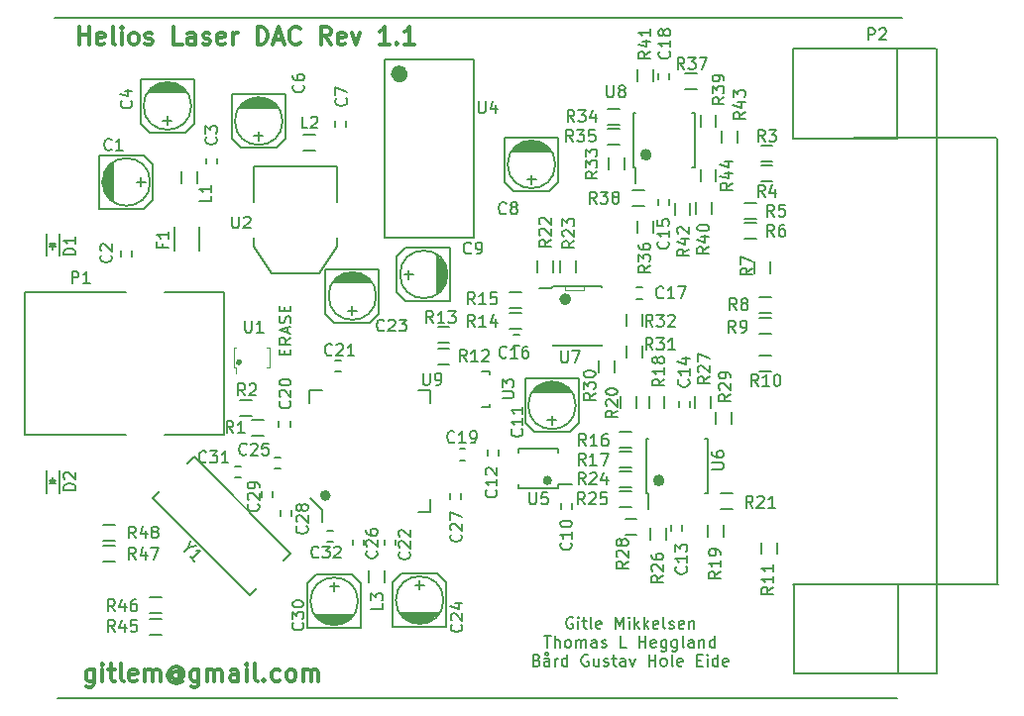
<source format=gbr>
G04 #@! TF.FileFunction,Legend,Top*
%FSLAX46Y46*%
G04 Gerber Fmt 4.6, Leading zero omitted, Abs format (unit mm)*
G04 Created by KiCad (PCBNEW 4.0.2-stable) date 2016-08-04 16:08.03*
%MOMM*%
G01*
G04 APERTURE LIST*
%ADD10C,0.100000*%
%ADD11C,0.200000*%
%ADD12C,0.300000*%
%ADD13C,0.150000*%
%ADD14C,0.500000*%
%ADD15C,1.000000*%
%ADD16C,0.400000*%
G04 APERTURE END LIST*
D10*
D11*
X173250000Y-159600000D02*
X101550000Y-159600000D01*
X173650000Y-101500000D02*
X173450000Y-101500000D01*
X101250000Y-101500000D02*
X173650000Y-101500000D01*
D12*
X104650000Y-157178571D02*
X104650000Y-158392857D01*
X104578571Y-158535714D01*
X104507143Y-158607143D01*
X104364286Y-158678571D01*
X104150000Y-158678571D01*
X104007143Y-158607143D01*
X104650000Y-158107143D02*
X104507143Y-158178571D01*
X104221429Y-158178571D01*
X104078571Y-158107143D01*
X104007143Y-158035714D01*
X103935714Y-157892857D01*
X103935714Y-157464286D01*
X104007143Y-157321429D01*
X104078571Y-157250000D01*
X104221429Y-157178571D01*
X104507143Y-157178571D01*
X104650000Y-157250000D01*
X105364286Y-158178571D02*
X105364286Y-157178571D01*
X105364286Y-156678571D02*
X105292857Y-156750000D01*
X105364286Y-156821429D01*
X105435714Y-156750000D01*
X105364286Y-156678571D01*
X105364286Y-156821429D01*
X105864286Y-157178571D02*
X106435715Y-157178571D01*
X106078572Y-156678571D02*
X106078572Y-157964286D01*
X106150000Y-158107143D01*
X106292858Y-158178571D01*
X106435715Y-158178571D01*
X107150001Y-158178571D02*
X107007143Y-158107143D01*
X106935715Y-157964286D01*
X106935715Y-156678571D01*
X108292857Y-158107143D02*
X108150000Y-158178571D01*
X107864286Y-158178571D01*
X107721429Y-158107143D01*
X107650000Y-157964286D01*
X107650000Y-157392857D01*
X107721429Y-157250000D01*
X107864286Y-157178571D01*
X108150000Y-157178571D01*
X108292857Y-157250000D01*
X108364286Y-157392857D01*
X108364286Y-157535714D01*
X107650000Y-157678571D01*
X109007143Y-158178571D02*
X109007143Y-157178571D01*
X109007143Y-157321429D02*
X109078571Y-157250000D01*
X109221429Y-157178571D01*
X109435714Y-157178571D01*
X109578571Y-157250000D01*
X109650000Y-157392857D01*
X109650000Y-158178571D01*
X109650000Y-157392857D02*
X109721429Y-157250000D01*
X109864286Y-157178571D01*
X110078571Y-157178571D01*
X110221429Y-157250000D01*
X110292857Y-157392857D01*
X110292857Y-158178571D01*
X111935714Y-157464286D02*
X111864286Y-157392857D01*
X111721429Y-157321429D01*
X111578571Y-157321429D01*
X111435714Y-157392857D01*
X111364286Y-157464286D01*
X111292857Y-157607143D01*
X111292857Y-157750000D01*
X111364286Y-157892857D01*
X111435714Y-157964286D01*
X111578571Y-158035714D01*
X111721429Y-158035714D01*
X111864286Y-157964286D01*
X111935714Y-157892857D01*
X111935714Y-157321429D02*
X111935714Y-157892857D01*
X112007143Y-157964286D01*
X112078571Y-157964286D01*
X112221429Y-157892857D01*
X112292857Y-157750000D01*
X112292857Y-157392857D01*
X112150000Y-157178571D01*
X111935714Y-157035714D01*
X111650000Y-156964286D01*
X111364286Y-157035714D01*
X111150000Y-157178571D01*
X111007143Y-157392857D01*
X110935714Y-157678571D01*
X111007143Y-157964286D01*
X111150000Y-158178571D01*
X111364286Y-158321429D01*
X111650000Y-158392857D01*
X111935714Y-158321429D01*
X112150000Y-158178571D01*
X113578571Y-157178571D02*
X113578571Y-158392857D01*
X113507142Y-158535714D01*
X113435714Y-158607143D01*
X113292857Y-158678571D01*
X113078571Y-158678571D01*
X112935714Y-158607143D01*
X113578571Y-158107143D02*
X113435714Y-158178571D01*
X113150000Y-158178571D01*
X113007142Y-158107143D01*
X112935714Y-158035714D01*
X112864285Y-157892857D01*
X112864285Y-157464286D01*
X112935714Y-157321429D01*
X113007142Y-157250000D01*
X113150000Y-157178571D01*
X113435714Y-157178571D01*
X113578571Y-157250000D01*
X114292857Y-158178571D02*
X114292857Y-157178571D01*
X114292857Y-157321429D02*
X114364285Y-157250000D01*
X114507143Y-157178571D01*
X114721428Y-157178571D01*
X114864285Y-157250000D01*
X114935714Y-157392857D01*
X114935714Y-158178571D01*
X114935714Y-157392857D02*
X115007143Y-157250000D01*
X115150000Y-157178571D01*
X115364285Y-157178571D01*
X115507143Y-157250000D01*
X115578571Y-157392857D01*
X115578571Y-158178571D01*
X116935714Y-158178571D02*
X116935714Y-157392857D01*
X116864285Y-157250000D01*
X116721428Y-157178571D01*
X116435714Y-157178571D01*
X116292857Y-157250000D01*
X116935714Y-158107143D02*
X116792857Y-158178571D01*
X116435714Y-158178571D01*
X116292857Y-158107143D01*
X116221428Y-157964286D01*
X116221428Y-157821429D01*
X116292857Y-157678571D01*
X116435714Y-157607143D01*
X116792857Y-157607143D01*
X116935714Y-157535714D01*
X117650000Y-158178571D02*
X117650000Y-157178571D01*
X117650000Y-156678571D02*
X117578571Y-156750000D01*
X117650000Y-156821429D01*
X117721428Y-156750000D01*
X117650000Y-156678571D01*
X117650000Y-156821429D01*
X118578572Y-158178571D02*
X118435714Y-158107143D01*
X118364286Y-157964286D01*
X118364286Y-156678571D01*
X119150000Y-158035714D02*
X119221428Y-158107143D01*
X119150000Y-158178571D01*
X119078571Y-158107143D01*
X119150000Y-158035714D01*
X119150000Y-158178571D01*
X120507143Y-158107143D02*
X120364286Y-158178571D01*
X120078572Y-158178571D01*
X119935714Y-158107143D01*
X119864286Y-158035714D01*
X119792857Y-157892857D01*
X119792857Y-157464286D01*
X119864286Y-157321429D01*
X119935714Y-157250000D01*
X120078572Y-157178571D01*
X120364286Y-157178571D01*
X120507143Y-157250000D01*
X121364286Y-158178571D02*
X121221428Y-158107143D01*
X121150000Y-158035714D01*
X121078571Y-157892857D01*
X121078571Y-157464286D01*
X121150000Y-157321429D01*
X121221428Y-157250000D01*
X121364286Y-157178571D01*
X121578571Y-157178571D01*
X121721428Y-157250000D01*
X121792857Y-157321429D01*
X121864286Y-157464286D01*
X121864286Y-157892857D01*
X121792857Y-158035714D01*
X121721428Y-158107143D01*
X121578571Y-158178571D01*
X121364286Y-158178571D01*
X122507143Y-158178571D02*
X122507143Y-157178571D01*
X122507143Y-157321429D02*
X122578571Y-157250000D01*
X122721429Y-157178571D01*
X122935714Y-157178571D01*
X123078571Y-157250000D01*
X123150000Y-157392857D01*
X123150000Y-158178571D01*
X123150000Y-157392857D02*
X123221429Y-157250000D01*
X123364286Y-157178571D01*
X123578571Y-157178571D01*
X123721429Y-157250000D01*
X123792857Y-157392857D01*
X123792857Y-158178571D01*
D11*
X145521428Y-152750000D02*
X145426190Y-152702381D01*
X145283333Y-152702381D01*
X145140475Y-152750000D01*
X145045237Y-152845238D01*
X144997618Y-152940476D01*
X144949999Y-153130952D01*
X144949999Y-153273810D01*
X144997618Y-153464286D01*
X145045237Y-153559524D01*
X145140475Y-153654762D01*
X145283333Y-153702381D01*
X145378571Y-153702381D01*
X145521428Y-153654762D01*
X145569047Y-153607143D01*
X145569047Y-153273810D01*
X145378571Y-153273810D01*
X145997618Y-153702381D02*
X145997618Y-153035714D01*
X145997618Y-152702381D02*
X145949999Y-152750000D01*
X145997618Y-152797619D01*
X146045237Y-152750000D01*
X145997618Y-152702381D01*
X145997618Y-152797619D01*
X146330951Y-153035714D02*
X146711903Y-153035714D01*
X146473808Y-152702381D02*
X146473808Y-153559524D01*
X146521427Y-153654762D01*
X146616665Y-153702381D01*
X146711903Y-153702381D01*
X147188094Y-153702381D02*
X147092856Y-153654762D01*
X147045237Y-153559524D01*
X147045237Y-152702381D01*
X147950000Y-153654762D02*
X147854762Y-153702381D01*
X147664285Y-153702381D01*
X147569047Y-153654762D01*
X147521428Y-153559524D01*
X147521428Y-153178571D01*
X147569047Y-153083333D01*
X147664285Y-153035714D01*
X147854762Y-153035714D01*
X147950000Y-153083333D01*
X147997619Y-153178571D01*
X147997619Y-153273810D01*
X147521428Y-153369048D01*
X149188095Y-153702381D02*
X149188095Y-152702381D01*
X149521429Y-153416667D01*
X149854762Y-152702381D01*
X149854762Y-153702381D01*
X150330952Y-153702381D02*
X150330952Y-153035714D01*
X150330952Y-152702381D02*
X150283333Y-152750000D01*
X150330952Y-152797619D01*
X150378571Y-152750000D01*
X150330952Y-152702381D01*
X150330952Y-152797619D01*
X150807142Y-153702381D02*
X150807142Y-152702381D01*
X150902380Y-153321429D02*
X151188095Y-153702381D01*
X151188095Y-153035714D02*
X150807142Y-153416667D01*
X151616666Y-153702381D02*
X151616666Y-152702381D01*
X151711904Y-153321429D02*
X151997619Y-153702381D01*
X151997619Y-153035714D02*
X151616666Y-153416667D01*
X152807143Y-153654762D02*
X152711905Y-153702381D01*
X152521428Y-153702381D01*
X152426190Y-153654762D01*
X152378571Y-153559524D01*
X152378571Y-153178571D01*
X152426190Y-153083333D01*
X152521428Y-153035714D01*
X152711905Y-153035714D01*
X152807143Y-153083333D01*
X152854762Y-153178571D01*
X152854762Y-153273810D01*
X152378571Y-153369048D01*
X153426190Y-153702381D02*
X153330952Y-153654762D01*
X153283333Y-153559524D01*
X153283333Y-152702381D01*
X153759524Y-153654762D02*
X153854762Y-153702381D01*
X154045238Y-153702381D01*
X154140477Y-153654762D01*
X154188096Y-153559524D01*
X154188096Y-153511905D01*
X154140477Y-153416667D01*
X154045238Y-153369048D01*
X153902381Y-153369048D01*
X153807143Y-153321429D01*
X153759524Y-153226190D01*
X153759524Y-153178571D01*
X153807143Y-153083333D01*
X153902381Y-153035714D01*
X154045238Y-153035714D01*
X154140477Y-153083333D01*
X154997620Y-153654762D02*
X154902382Y-153702381D01*
X154711905Y-153702381D01*
X154616667Y-153654762D01*
X154569048Y-153559524D01*
X154569048Y-153178571D01*
X154616667Y-153083333D01*
X154711905Y-153035714D01*
X154902382Y-153035714D01*
X154997620Y-153083333D01*
X155045239Y-153178571D01*
X155045239Y-153273810D01*
X154569048Y-153369048D01*
X155473810Y-153035714D02*
X155473810Y-153702381D01*
X155473810Y-153130952D02*
X155521429Y-153083333D01*
X155616667Y-153035714D01*
X155759525Y-153035714D01*
X155854763Y-153083333D01*
X155902382Y-153178571D01*
X155902382Y-153702381D01*
X143092856Y-154302381D02*
X143664285Y-154302381D01*
X143378570Y-155302381D02*
X143378570Y-154302381D01*
X143997618Y-155302381D02*
X143997618Y-154302381D01*
X144426190Y-155302381D02*
X144426190Y-154778571D01*
X144378571Y-154683333D01*
X144283333Y-154635714D01*
X144140475Y-154635714D01*
X144045237Y-154683333D01*
X143997618Y-154730952D01*
X145045237Y-155302381D02*
X144949999Y-155254762D01*
X144902380Y-155207143D01*
X144854761Y-155111905D01*
X144854761Y-154826190D01*
X144902380Y-154730952D01*
X144949999Y-154683333D01*
X145045237Y-154635714D01*
X145188095Y-154635714D01*
X145283333Y-154683333D01*
X145330952Y-154730952D01*
X145378571Y-154826190D01*
X145378571Y-155111905D01*
X145330952Y-155207143D01*
X145283333Y-155254762D01*
X145188095Y-155302381D01*
X145045237Y-155302381D01*
X145807142Y-155302381D02*
X145807142Y-154635714D01*
X145807142Y-154730952D02*
X145854761Y-154683333D01*
X145949999Y-154635714D01*
X146092857Y-154635714D01*
X146188095Y-154683333D01*
X146235714Y-154778571D01*
X146235714Y-155302381D01*
X146235714Y-154778571D02*
X146283333Y-154683333D01*
X146378571Y-154635714D01*
X146521428Y-154635714D01*
X146616666Y-154683333D01*
X146664285Y-154778571D01*
X146664285Y-155302381D01*
X147569047Y-155302381D02*
X147569047Y-154778571D01*
X147521428Y-154683333D01*
X147426190Y-154635714D01*
X147235713Y-154635714D01*
X147140475Y-154683333D01*
X147569047Y-155254762D02*
X147473809Y-155302381D01*
X147235713Y-155302381D01*
X147140475Y-155254762D01*
X147092856Y-155159524D01*
X147092856Y-155064286D01*
X147140475Y-154969048D01*
X147235713Y-154921429D01*
X147473809Y-154921429D01*
X147569047Y-154873810D01*
X147997618Y-155254762D02*
X148092856Y-155302381D01*
X148283332Y-155302381D01*
X148378571Y-155254762D01*
X148426190Y-155159524D01*
X148426190Y-155111905D01*
X148378571Y-155016667D01*
X148283332Y-154969048D01*
X148140475Y-154969048D01*
X148045237Y-154921429D01*
X147997618Y-154826190D01*
X147997618Y-154778571D01*
X148045237Y-154683333D01*
X148140475Y-154635714D01*
X148283332Y-154635714D01*
X148378571Y-154683333D01*
X150092857Y-155302381D02*
X149616666Y-155302381D01*
X149616666Y-154302381D01*
X151188095Y-155302381D02*
X151188095Y-154302381D01*
X151188095Y-154778571D02*
X151759524Y-154778571D01*
X151759524Y-155302381D02*
X151759524Y-154302381D01*
X152616667Y-155254762D02*
X152521429Y-155302381D01*
X152330952Y-155302381D01*
X152235714Y-155254762D01*
X152188095Y-155159524D01*
X152188095Y-154778571D01*
X152235714Y-154683333D01*
X152330952Y-154635714D01*
X152521429Y-154635714D01*
X152616667Y-154683333D01*
X152664286Y-154778571D01*
X152664286Y-154873810D01*
X152188095Y-154969048D01*
X153521429Y-154635714D02*
X153521429Y-155445238D01*
X153473810Y-155540476D01*
X153426191Y-155588095D01*
X153330952Y-155635714D01*
X153188095Y-155635714D01*
X153092857Y-155588095D01*
X153521429Y-155254762D02*
X153426191Y-155302381D01*
X153235714Y-155302381D01*
X153140476Y-155254762D01*
X153092857Y-155207143D01*
X153045238Y-155111905D01*
X153045238Y-154826190D01*
X153092857Y-154730952D01*
X153140476Y-154683333D01*
X153235714Y-154635714D01*
X153426191Y-154635714D01*
X153521429Y-154683333D01*
X154426191Y-154635714D02*
X154426191Y-155445238D01*
X154378572Y-155540476D01*
X154330953Y-155588095D01*
X154235714Y-155635714D01*
X154092857Y-155635714D01*
X153997619Y-155588095D01*
X154426191Y-155254762D02*
X154330953Y-155302381D01*
X154140476Y-155302381D01*
X154045238Y-155254762D01*
X153997619Y-155207143D01*
X153950000Y-155111905D01*
X153950000Y-154826190D01*
X153997619Y-154730952D01*
X154045238Y-154683333D01*
X154140476Y-154635714D01*
X154330953Y-154635714D01*
X154426191Y-154683333D01*
X155045238Y-155302381D02*
X154950000Y-155254762D01*
X154902381Y-155159524D01*
X154902381Y-154302381D01*
X155854763Y-155302381D02*
X155854763Y-154778571D01*
X155807144Y-154683333D01*
X155711906Y-154635714D01*
X155521429Y-154635714D01*
X155426191Y-154683333D01*
X155854763Y-155254762D02*
X155759525Y-155302381D01*
X155521429Y-155302381D01*
X155426191Y-155254762D01*
X155378572Y-155159524D01*
X155378572Y-155064286D01*
X155426191Y-154969048D01*
X155521429Y-154921429D01*
X155759525Y-154921429D01*
X155854763Y-154873810D01*
X156330953Y-154635714D02*
X156330953Y-155302381D01*
X156330953Y-154730952D02*
X156378572Y-154683333D01*
X156473810Y-154635714D01*
X156616668Y-154635714D01*
X156711906Y-154683333D01*
X156759525Y-154778571D01*
X156759525Y-155302381D01*
X157664287Y-155302381D02*
X157664287Y-154302381D01*
X157664287Y-155254762D02*
X157569049Y-155302381D01*
X157378572Y-155302381D01*
X157283334Y-155254762D01*
X157235715Y-155207143D01*
X157188096Y-155111905D01*
X157188096Y-154826190D01*
X157235715Y-154730952D01*
X157283334Y-154683333D01*
X157378572Y-154635714D01*
X157569049Y-154635714D01*
X157664287Y-154683333D01*
X142449999Y-156378571D02*
X142592856Y-156426190D01*
X142640475Y-156473810D01*
X142688094Y-156569048D01*
X142688094Y-156711905D01*
X142640475Y-156807143D01*
X142592856Y-156854762D01*
X142497618Y-156902381D01*
X142116665Y-156902381D01*
X142116665Y-155902381D01*
X142449999Y-155902381D01*
X142545237Y-155950000D01*
X142592856Y-155997619D01*
X142640475Y-156092857D01*
X142640475Y-156188095D01*
X142592856Y-156283333D01*
X142545237Y-156330952D01*
X142449999Y-156378571D01*
X142116665Y-156378571D01*
X143545237Y-156902381D02*
X143545237Y-156378571D01*
X143497618Y-156283333D01*
X143402380Y-156235714D01*
X143211903Y-156235714D01*
X143116665Y-156283333D01*
X143545237Y-156854762D02*
X143449999Y-156902381D01*
X143211903Y-156902381D01*
X143116665Y-156854762D01*
X143069046Y-156759524D01*
X143069046Y-156664286D01*
X143116665Y-156569048D01*
X143211903Y-156521429D01*
X143449999Y-156521429D01*
X143545237Y-156473810D01*
X143307141Y-155997619D02*
X143211903Y-155950000D01*
X143164284Y-155854762D01*
X143211903Y-155759524D01*
X143307141Y-155711905D01*
X143402380Y-155759524D01*
X143449999Y-155854762D01*
X143402380Y-155950000D01*
X143307141Y-155997619D01*
X144021427Y-156902381D02*
X144021427Y-156235714D01*
X144021427Y-156426190D02*
X144069046Y-156330952D01*
X144116665Y-156283333D01*
X144211903Y-156235714D01*
X144307142Y-156235714D01*
X145069047Y-156902381D02*
X145069047Y-155902381D01*
X145069047Y-156854762D02*
X144973809Y-156902381D01*
X144783332Y-156902381D01*
X144688094Y-156854762D01*
X144640475Y-156807143D01*
X144592856Y-156711905D01*
X144592856Y-156426190D01*
X144640475Y-156330952D01*
X144688094Y-156283333D01*
X144783332Y-156235714D01*
X144973809Y-156235714D01*
X145069047Y-156283333D01*
X146830952Y-155950000D02*
X146735714Y-155902381D01*
X146592857Y-155902381D01*
X146449999Y-155950000D01*
X146354761Y-156045238D01*
X146307142Y-156140476D01*
X146259523Y-156330952D01*
X146259523Y-156473810D01*
X146307142Y-156664286D01*
X146354761Y-156759524D01*
X146449999Y-156854762D01*
X146592857Y-156902381D01*
X146688095Y-156902381D01*
X146830952Y-156854762D01*
X146878571Y-156807143D01*
X146878571Y-156473810D01*
X146688095Y-156473810D01*
X147735714Y-156235714D02*
X147735714Y-156902381D01*
X147307142Y-156235714D02*
X147307142Y-156759524D01*
X147354761Y-156854762D01*
X147449999Y-156902381D01*
X147592857Y-156902381D01*
X147688095Y-156854762D01*
X147735714Y-156807143D01*
X148164285Y-156854762D02*
X148259523Y-156902381D01*
X148449999Y-156902381D01*
X148545238Y-156854762D01*
X148592857Y-156759524D01*
X148592857Y-156711905D01*
X148545238Y-156616667D01*
X148449999Y-156569048D01*
X148307142Y-156569048D01*
X148211904Y-156521429D01*
X148164285Y-156426190D01*
X148164285Y-156378571D01*
X148211904Y-156283333D01*
X148307142Y-156235714D01*
X148449999Y-156235714D01*
X148545238Y-156283333D01*
X148878571Y-156235714D02*
X149259523Y-156235714D01*
X149021428Y-155902381D02*
X149021428Y-156759524D01*
X149069047Y-156854762D01*
X149164285Y-156902381D01*
X149259523Y-156902381D01*
X150021429Y-156902381D02*
X150021429Y-156378571D01*
X149973810Y-156283333D01*
X149878572Y-156235714D01*
X149688095Y-156235714D01*
X149592857Y-156283333D01*
X150021429Y-156854762D02*
X149926191Y-156902381D01*
X149688095Y-156902381D01*
X149592857Y-156854762D01*
X149545238Y-156759524D01*
X149545238Y-156664286D01*
X149592857Y-156569048D01*
X149688095Y-156521429D01*
X149926191Y-156521429D01*
X150021429Y-156473810D01*
X150402381Y-156235714D02*
X150640476Y-156902381D01*
X150878572Y-156235714D01*
X152021429Y-156902381D02*
X152021429Y-155902381D01*
X152021429Y-156378571D02*
X152592858Y-156378571D01*
X152592858Y-156902381D02*
X152592858Y-155902381D01*
X153211905Y-156902381D02*
X153116667Y-156854762D01*
X153069048Y-156807143D01*
X153021429Y-156711905D01*
X153021429Y-156426190D01*
X153069048Y-156330952D01*
X153116667Y-156283333D01*
X153211905Y-156235714D01*
X153354763Y-156235714D01*
X153450001Y-156283333D01*
X153497620Y-156330952D01*
X153545239Y-156426190D01*
X153545239Y-156711905D01*
X153497620Y-156807143D01*
X153450001Y-156854762D01*
X153354763Y-156902381D01*
X153211905Y-156902381D01*
X154116667Y-156902381D02*
X154021429Y-156854762D01*
X153973810Y-156759524D01*
X153973810Y-155902381D01*
X154878573Y-156854762D02*
X154783335Y-156902381D01*
X154592858Y-156902381D01*
X154497620Y-156854762D01*
X154450001Y-156759524D01*
X154450001Y-156378571D01*
X154497620Y-156283333D01*
X154592858Y-156235714D01*
X154783335Y-156235714D01*
X154878573Y-156283333D01*
X154926192Y-156378571D01*
X154926192Y-156473810D01*
X154450001Y-156569048D01*
X156116668Y-156378571D02*
X156450002Y-156378571D01*
X156592859Y-156902381D02*
X156116668Y-156902381D01*
X156116668Y-155902381D01*
X156592859Y-155902381D01*
X157021430Y-156902381D02*
X157021430Y-156235714D01*
X157021430Y-155902381D02*
X156973811Y-155950000D01*
X157021430Y-155997619D01*
X157069049Y-155950000D01*
X157021430Y-155902381D01*
X157021430Y-155997619D01*
X157926192Y-156902381D02*
X157926192Y-155902381D01*
X157926192Y-156854762D02*
X157830954Y-156902381D01*
X157640477Y-156902381D01*
X157545239Y-156854762D01*
X157497620Y-156807143D01*
X157450001Y-156711905D01*
X157450001Y-156426190D01*
X157497620Y-156330952D01*
X157545239Y-156283333D01*
X157640477Y-156235714D01*
X157830954Y-156235714D01*
X157926192Y-156283333D01*
X158783335Y-156854762D02*
X158688097Y-156902381D01*
X158497620Y-156902381D01*
X158402382Y-156854762D01*
X158354763Y-156759524D01*
X158354763Y-156378571D01*
X158402382Y-156283333D01*
X158497620Y-156235714D01*
X158688097Y-156235714D01*
X158783335Y-156283333D01*
X158830954Y-156378571D01*
X158830954Y-156473810D01*
X158354763Y-156569048D01*
D12*
X103364287Y-103728571D02*
X103364287Y-102228571D01*
X103364287Y-102942857D02*
X104221430Y-102942857D01*
X104221430Y-103728571D02*
X104221430Y-102228571D01*
X105507144Y-103657143D02*
X105364287Y-103728571D01*
X105078573Y-103728571D01*
X104935716Y-103657143D01*
X104864287Y-103514286D01*
X104864287Y-102942857D01*
X104935716Y-102800000D01*
X105078573Y-102728571D01*
X105364287Y-102728571D01*
X105507144Y-102800000D01*
X105578573Y-102942857D01*
X105578573Y-103085714D01*
X104864287Y-103228571D01*
X106435716Y-103728571D02*
X106292858Y-103657143D01*
X106221430Y-103514286D01*
X106221430Y-102228571D01*
X107007144Y-103728571D02*
X107007144Y-102728571D01*
X107007144Y-102228571D02*
X106935715Y-102300000D01*
X107007144Y-102371429D01*
X107078572Y-102300000D01*
X107007144Y-102228571D01*
X107007144Y-102371429D01*
X107935716Y-103728571D02*
X107792858Y-103657143D01*
X107721430Y-103585714D01*
X107650001Y-103442857D01*
X107650001Y-103014286D01*
X107721430Y-102871429D01*
X107792858Y-102800000D01*
X107935716Y-102728571D01*
X108150001Y-102728571D01*
X108292858Y-102800000D01*
X108364287Y-102871429D01*
X108435716Y-103014286D01*
X108435716Y-103442857D01*
X108364287Y-103585714D01*
X108292858Y-103657143D01*
X108150001Y-103728571D01*
X107935716Y-103728571D01*
X109007144Y-103657143D02*
X109150001Y-103728571D01*
X109435716Y-103728571D01*
X109578573Y-103657143D01*
X109650001Y-103514286D01*
X109650001Y-103442857D01*
X109578573Y-103300000D01*
X109435716Y-103228571D01*
X109221430Y-103228571D01*
X109078573Y-103157143D01*
X109007144Y-103014286D01*
X109007144Y-102942857D01*
X109078573Y-102800000D01*
X109221430Y-102728571D01*
X109435716Y-102728571D01*
X109578573Y-102800000D01*
X112150002Y-103728571D02*
X111435716Y-103728571D01*
X111435716Y-102228571D01*
X113292859Y-103728571D02*
X113292859Y-102942857D01*
X113221430Y-102800000D01*
X113078573Y-102728571D01*
X112792859Y-102728571D01*
X112650002Y-102800000D01*
X113292859Y-103657143D02*
X113150002Y-103728571D01*
X112792859Y-103728571D01*
X112650002Y-103657143D01*
X112578573Y-103514286D01*
X112578573Y-103371429D01*
X112650002Y-103228571D01*
X112792859Y-103157143D01*
X113150002Y-103157143D01*
X113292859Y-103085714D01*
X113935716Y-103657143D02*
X114078573Y-103728571D01*
X114364288Y-103728571D01*
X114507145Y-103657143D01*
X114578573Y-103514286D01*
X114578573Y-103442857D01*
X114507145Y-103300000D01*
X114364288Y-103228571D01*
X114150002Y-103228571D01*
X114007145Y-103157143D01*
X113935716Y-103014286D01*
X113935716Y-102942857D01*
X114007145Y-102800000D01*
X114150002Y-102728571D01*
X114364288Y-102728571D01*
X114507145Y-102800000D01*
X115792859Y-103657143D02*
X115650002Y-103728571D01*
X115364288Y-103728571D01*
X115221431Y-103657143D01*
X115150002Y-103514286D01*
X115150002Y-102942857D01*
X115221431Y-102800000D01*
X115364288Y-102728571D01*
X115650002Y-102728571D01*
X115792859Y-102800000D01*
X115864288Y-102942857D01*
X115864288Y-103085714D01*
X115150002Y-103228571D01*
X116507145Y-103728571D02*
X116507145Y-102728571D01*
X116507145Y-103014286D02*
X116578573Y-102871429D01*
X116650002Y-102800000D01*
X116792859Y-102728571D01*
X116935716Y-102728571D01*
X118578573Y-103728571D02*
X118578573Y-102228571D01*
X118935716Y-102228571D01*
X119150001Y-102300000D01*
X119292859Y-102442857D01*
X119364287Y-102585714D01*
X119435716Y-102871429D01*
X119435716Y-103085714D01*
X119364287Y-103371429D01*
X119292859Y-103514286D01*
X119150001Y-103657143D01*
X118935716Y-103728571D01*
X118578573Y-103728571D01*
X120007144Y-103300000D02*
X120721430Y-103300000D01*
X119864287Y-103728571D02*
X120364287Y-102228571D01*
X120864287Y-103728571D01*
X122221430Y-103585714D02*
X122150001Y-103657143D01*
X121935715Y-103728571D01*
X121792858Y-103728571D01*
X121578573Y-103657143D01*
X121435715Y-103514286D01*
X121364287Y-103371429D01*
X121292858Y-103085714D01*
X121292858Y-102871429D01*
X121364287Y-102585714D01*
X121435715Y-102442857D01*
X121578573Y-102300000D01*
X121792858Y-102228571D01*
X121935715Y-102228571D01*
X122150001Y-102300000D01*
X122221430Y-102371429D01*
X124864287Y-103728571D02*
X124364287Y-103014286D01*
X124007144Y-103728571D02*
X124007144Y-102228571D01*
X124578572Y-102228571D01*
X124721430Y-102300000D01*
X124792858Y-102371429D01*
X124864287Y-102514286D01*
X124864287Y-102728571D01*
X124792858Y-102871429D01*
X124721430Y-102942857D01*
X124578572Y-103014286D01*
X124007144Y-103014286D01*
X126078572Y-103657143D02*
X125935715Y-103728571D01*
X125650001Y-103728571D01*
X125507144Y-103657143D01*
X125435715Y-103514286D01*
X125435715Y-102942857D01*
X125507144Y-102800000D01*
X125650001Y-102728571D01*
X125935715Y-102728571D01*
X126078572Y-102800000D01*
X126150001Y-102942857D01*
X126150001Y-103085714D01*
X125435715Y-103228571D01*
X126650001Y-102728571D02*
X127007144Y-103728571D01*
X127364286Y-102728571D01*
X129864286Y-103728571D02*
X129007143Y-103728571D01*
X129435715Y-103728571D02*
X129435715Y-102228571D01*
X129292858Y-102442857D01*
X129150000Y-102585714D01*
X129007143Y-102657143D01*
X130507143Y-103585714D02*
X130578571Y-103657143D01*
X130507143Y-103728571D01*
X130435714Y-103657143D01*
X130507143Y-103585714D01*
X130507143Y-103728571D01*
X132007143Y-103728571D02*
X131150000Y-103728571D01*
X131578572Y-103728571D02*
X131578572Y-102228571D01*
X131435715Y-102442857D01*
X131292857Y-102585714D01*
X131150000Y-102657143D01*
D13*
X150125000Y-127800000D02*
X150125000Y-126800000D01*
X151475000Y-126800000D02*
X151475000Y-127800000D01*
X125356000Y-117176000D02*
X125356000Y-114128000D01*
X125356000Y-114128000D02*
X118244000Y-114128000D01*
X118244000Y-114128000D02*
X118244000Y-117176000D01*
X125356000Y-120224000D02*
X125356000Y-120986000D01*
X125356000Y-120986000D02*
X123832000Y-123272000D01*
X123832000Y-123272000D02*
X119768000Y-123272000D01*
X119768000Y-123272000D02*
X118244000Y-120986000D01*
X118244000Y-120986000D02*
X118244000Y-120224000D01*
X106925000Y-121350000D02*
X106925000Y-121850000D01*
X107875000Y-121850000D02*
X107875000Y-121350000D01*
X114225000Y-113450000D02*
X114225000Y-113950000D01*
X115175000Y-113950000D02*
X115175000Y-113450000D01*
X125225000Y-110250000D02*
X125225000Y-110750000D01*
X126175000Y-110750000D02*
X126175000Y-110250000D01*
X145475000Y-143450000D02*
X145475000Y-142950000D01*
X144525000Y-142950000D02*
X144525000Y-143450000D01*
X139175000Y-138850000D02*
X139175000Y-138350000D01*
X138225000Y-138350000D02*
X138225000Y-138850000D01*
X153925000Y-144800000D02*
X153925000Y-145300000D01*
X154875000Y-145300000D02*
X154875000Y-144800000D01*
X155525000Y-134700000D02*
X155525000Y-134200000D01*
X154575000Y-134200000D02*
X154575000Y-134700000D01*
X152825000Y-116950000D02*
X152825000Y-117450000D01*
X153775000Y-117450000D02*
X153775000Y-116950000D01*
X140950000Y-128525000D02*
X140450000Y-128525000D01*
X140450000Y-129475000D02*
X140950000Y-129475000D01*
X151000000Y-125475000D02*
X151500000Y-125475000D01*
X151500000Y-124525000D02*
X151000000Y-124525000D01*
X153775000Y-106750000D02*
X153775000Y-106250000D01*
X152825000Y-106250000D02*
X152825000Y-106750000D01*
X136350000Y-138325000D02*
X135850000Y-138325000D01*
X135850000Y-139275000D02*
X136350000Y-139275000D01*
X120425000Y-135950000D02*
X120425000Y-136450000D01*
X121375000Y-136450000D02*
X121375000Y-135950000D01*
X125250000Y-131675000D02*
X125750000Y-131675000D01*
X125750000Y-130725000D02*
X125250000Y-130725000D01*
X130375000Y-146550000D02*
X130375000Y-146050000D01*
X129425000Y-146050000D02*
X129425000Y-146550000D01*
X120050000Y-139975000D02*
X120550000Y-139975000D01*
X120550000Y-139025000D02*
X120050000Y-139025000D01*
X127675000Y-146550000D02*
X127675000Y-146050000D01*
X126725000Y-146050000D02*
X126725000Y-146550000D01*
X135975000Y-142650000D02*
X135975000Y-142150000D01*
X135025000Y-142150000D02*
X135025000Y-142650000D01*
X121475000Y-144050000D02*
X121475000Y-143550000D01*
X120525000Y-143550000D02*
X120525000Y-144050000D01*
X118925000Y-141950000D02*
X118925000Y-142450000D01*
X119875000Y-142450000D02*
X119875000Y-141950000D01*
X116650000Y-140775000D02*
X117150000Y-140775000D01*
X117150000Y-139825000D02*
X116650000Y-139825000D01*
X125050000Y-145325000D02*
X124550000Y-145325000D01*
X124550000Y-146275000D02*
X125050000Y-146275000D01*
X100550000Y-119900000D02*
X100550000Y-121800000D01*
X101650000Y-119900000D02*
X101650000Y-121800000D01*
X101100000Y-120800000D02*
X101100000Y-121250000D01*
X101350000Y-120750000D02*
X100850000Y-120750000D01*
X101100000Y-120750000D02*
X101350000Y-121000000D01*
X101350000Y-121000000D02*
X100850000Y-121000000D01*
X100850000Y-121000000D02*
X101100000Y-120750000D01*
X101650000Y-142100000D02*
X101650000Y-140200000D01*
X100550000Y-142100000D02*
X100550000Y-140200000D01*
X101100000Y-141200000D02*
X101100000Y-140750000D01*
X100850000Y-141250000D02*
X101350000Y-141250000D01*
X101100000Y-141250000D02*
X100850000Y-141000000D01*
X100850000Y-141000000D02*
X101350000Y-141000000D01*
X101350000Y-141000000D02*
X101100000Y-141250000D01*
X113625000Y-119350000D02*
X113625000Y-121350000D01*
X111475000Y-121350000D02*
X111475000Y-119350000D01*
X113475000Y-114600000D02*
X113475000Y-115600000D01*
X112125000Y-115600000D02*
X112125000Y-114600000D01*
X123500000Y-112775000D02*
X122500000Y-112775000D01*
X122500000Y-111425000D02*
X123500000Y-111425000D01*
X128075000Y-149700000D02*
X128075000Y-148700000D01*
X129425000Y-148700000D02*
X129425000Y-149700000D01*
X107400000Y-124884000D02*
X98764000Y-124884000D01*
X115782000Y-124884000D02*
X110702000Y-124884000D01*
X107400000Y-137076000D02*
X98764000Y-137076000D01*
X115782000Y-137076000D02*
X110702000Y-137076000D01*
X98764000Y-137076000D02*
X98764000Y-124884000D01*
X115782000Y-124884000D02*
X115782000Y-137076000D01*
X181800000Y-149900000D02*
X181800000Y-111800000D01*
X181700000Y-111700000D02*
X169500000Y-111700000D01*
X181900000Y-149900000D02*
X169700000Y-149900000D01*
X176600000Y-104100000D02*
X176600000Y-110200000D01*
X176600000Y-104400000D02*
X176600000Y-110500000D01*
X176500000Y-104100000D02*
X164300000Y-104100000D01*
X176600000Y-151200000D02*
X176600000Y-157300000D01*
X176600000Y-157300000D02*
X176600000Y-157500000D01*
X176600000Y-157500000D02*
X164400000Y-157500000D01*
X173200000Y-149900000D02*
X164310000Y-149900000D01*
X173200000Y-111800000D02*
X164310000Y-111800000D01*
X173300000Y-157420000D02*
X173300000Y-149800000D01*
X173200000Y-104180000D02*
X173200000Y-111800000D01*
X164410000Y-149800000D02*
X164410000Y-157420000D01*
X176605000Y-110530000D02*
X176605000Y-151170000D01*
X164310000Y-104180000D02*
X164310000Y-111800000D01*
X119100000Y-137175000D02*
X118100000Y-137175000D01*
X118100000Y-135825000D02*
X119100000Y-135825000D01*
X117100000Y-134125000D02*
X118100000Y-134125000D01*
X118100000Y-135475000D02*
X117100000Y-135475000D01*
X161600000Y-112425000D02*
X162600000Y-112425000D01*
X162600000Y-113775000D02*
X161600000Y-113775000D01*
X161600000Y-114125000D02*
X162600000Y-114125000D01*
X162600000Y-115475000D02*
X161600000Y-115475000D01*
X160200000Y-117325000D02*
X161200000Y-117325000D01*
X161200000Y-118675000D02*
X160200000Y-118675000D01*
X160200000Y-119025000D02*
X161200000Y-119025000D01*
X161200000Y-120375000D02*
X160200000Y-120375000D01*
X161025000Y-123300000D02*
X161025000Y-122300000D01*
X162375000Y-122300000D02*
X162375000Y-123300000D01*
X161500000Y-125325000D02*
X162500000Y-125325000D01*
X162500000Y-126675000D02*
X161500000Y-126675000D01*
X161500000Y-127125000D02*
X162500000Y-127125000D01*
X162500000Y-128475000D02*
X161500000Y-128475000D01*
X161500000Y-130325000D02*
X162500000Y-130325000D01*
X162500000Y-131675000D02*
X161500000Y-131675000D01*
X162975000Y-146300000D02*
X162975000Y-147300000D01*
X161625000Y-147300000D02*
X161625000Y-146300000D01*
X135000000Y-131075000D02*
X134000000Y-131075000D01*
X134000000Y-129725000D02*
X135000000Y-129725000D01*
X135000000Y-129275000D02*
X134000000Y-129275000D01*
X134000000Y-127925000D02*
X135000000Y-127925000D01*
X141100000Y-128075000D02*
X140100000Y-128075000D01*
X140100000Y-126725000D02*
X141100000Y-126725000D01*
X140100000Y-124925000D02*
X141100000Y-124925000D01*
X141100000Y-126275000D02*
X140100000Y-126275000D01*
X149500000Y-136825000D02*
X150500000Y-136825000D01*
X150500000Y-138175000D02*
X149500000Y-138175000D01*
X149500000Y-140225000D02*
X150500000Y-140225000D01*
X150500000Y-141575000D02*
X149500000Y-141575000D01*
X152025000Y-134800000D02*
X152025000Y-133800000D01*
X153375000Y-133800000D02*
X153375000Y-134800000D01*
X158375000Y-144850000D02*
X158375000Y-145850000D01*
X157025000Y-145850000D02*
X157025000Y-144850000D01*
X150975000Y-133800000D02*
X150975000Y-134800000D01*
X149625000Y-134800000D02*
X149625000Y-133800000D01*
X159200000Y-143425000D02*
X158200000Y-143425000D01*
X158200000Y-142075000D02*
X159200000Y-142075000D01*
X143875000Y-122200000D02*
X143875000Y-123200000D01*
X142525000Y-123200000D02*
X142525000Y-122200000D01*
X144425000Y-123200000D02*
X144425000Y-122200000D01*
X145775000Y-122200000D02*
X145775000Y-123200000D01*
X149500000Y-138525000D02*
X150500000Y-138525000D01*
X150500000Y-139875000D02*
X149500000Y-139875000D01*
X149500000Y-141925000D02*
X150500000Y-141925000D01*
X150500000Y-143275000D02*
X149500000Y-143275000D01*
X153475000Y-145100000D02*
X153475000Y-146100000D01*
X152125000Y-146100000D02*
X152125000Y-145100000D01*
X155975000Y-134800000D02*
X155975000Y-133800000D01*
X157325000Y-133800000D02*
X157325000Y-134800000D01*
X150000000Y-144325000D02*
X151000000Y-144325000D01*
X151000000Y-145675000D02*
X150000000Y-145675000D01*
X159125000Y-135200000D02*
X159125000Y-136200000D01*
X157775000Y-136200000D02*
X157775000Y-135200000D01*
X147725000Y-131800000D02*
X147725000Y-130800000D01*
X149075000Y-130800000D02*
X149075000Y-131800000D01*
X151475000Y-129500000D02*
X151475000Y-130500000D01*
X150125000Y-130500000D02*
X150125000Y-129500000D01*
X149975000Y-113400000D02*
X149975000Y-114400000D01*
X148625000Y-114400000D02*
X148625000Y-113400000D01*
X148500000Y-109225000D02*
X149500000Y-109225000D01*
X149500000Y-110575000D02*
X148500000Y-110575000D01*
X148500000Y-110925000D02*
X149500000Y-110925000D01*
X149500000Y-112275000D02*
X148500000Y-112275000D01*
X151025000Y-119800000D02*
X151025000Y-118800000D01*
X152375000Y-118800000D02*
X152375000Y-119800000D01*
X155100000Y-106225000D02*
X156100000Y-106225000D01*
X156100000Y-107575000D02*
X155100000Y-107575000D01*
X151600000Y-117575000D02*
X150600000Y-117575000D01*
X150600000Y-116225000D02*
X151600000Y-116225000D01*
X157775000Y-109800000D02*
X157775000Y-110800000D01*
X156425000Y-110800000D02*
X156425000Y-109800000D01*
X156025000Y-118200000D02*
X156025000Y-117200000D01*
X157375000Y-117200000D02*
X157375000Y-118200000D01*
X152375000Y-105900000D02*
X152375000Y-106900000D01*
X151025000Y-106900000D02*
X151025000Y-105900000D01*
X154225000Y-118300000D02*
X154225000Y-117300000D01*
X155575000Y-117300000D02*
X155575000Y-118300000D01*
X159575000Y-111100000D02*
X159575000Y-112100000D01*
X158225000Y-112100000D02*
X158225000Y-111100000D01*
X156425000Y-115400000D02*
X156425000Y-114400000D01*
X157775000Y-114400000D02*
X157775000Y-115400000D01*
X109400000Y-152875000D02*
X110400000Y-152875000D01*
X110400000Y-154225000D02*
X109400000Y-154225000D01*
X109400000Y-151025000D02*
X110400000Y-151025000D01*
X110400000Y-152375000D02*
X109400000Y-152375000D01*
X105450000Y-146625000D02*
X106450000Y-146625000D01*
X106450000Y-147975000D02*
X105450000Y-147975000D01*
X105450000Y-144825000D02*
X106450000Y-144825000D01*
X106450000Y-146175000D02*
X105450000Y-146175000D01*
D10*
X116750000Y-131350000D02*
X116750000Y-131900000D01*
D14*
X117030000Y-130900000D02*
G75*
G03X117030000Y-130900000I-30000J0D01*
G01*
D10*
X119350000Y-131350000D02*
X119600000Y-131350000D01*
X119600000Y-131350000D02*
X119600000Y-129650000D01*
X119600000Y-129650000D02*
X119350000Y-129650000D01*
X116750000Y-131350000D02*
X116550000Y-131350000D01*
X116550000Y-131350000D02*
X116550000Y-129650000D01*
X116550000Y-129650000D02*
X116750000Y-129650000D01*
D13*
X138450240Y-134499160D02*
X138450240Y-134450900D01*
X137749200Y-131700180D02*
X138450240Y-131700180D01*
X138450240Y-131700180D02*
X138450240Y-131949100D01*
X138450240Y-134499160D02*
X138450240Y-134699820D01*
X138450240Y-134699820D02*
X137749200Y-134699820D01*
D15*
X130940000Y-106270000D02*
G75*
G03X130940000Y-106270000I-230000J0D01*
G01*
D13*
X137060000Y-105000000D02*
X137060000Y-120240000D01*
X137060000Y-120240000D02*
X129440000Y-120240000D01*
X129440000Y-120240000D02*
X129440000Y-105000000D01*
X129440000Y-105000000D02*
X137060000Y-105000000D01*
D16*
X143554000Y-141016000D02*
G75*
G03X143554000Y-141016000I-192000J0D01*
G01*
D13*
X144275000Y-141675000D02*
X144275000Y-141375000D01*
X140925000Y-141675000D02*
X140925000Y-141375000D01*
X140925000Y-138325000D02*
X140925000Y-138625000D01*
X144275000Y-138325000D02*
X144275000Y-138625000D01*
X144275000Y-141675000D02*
X140925000Y-141675000D01*
X144275000Y-138325000D02*
X140925000Y-138325000D01*
X144275000Y-141375000D02*
X145500000Y-141375000D01*
D14*
X153130000Y-141020000D02*
G75*
G03X153130000Y-141020000I-254000J0D01*
G01*
D13*
X151775000Y-142075000D02*
X152000000Y-142075000D01*
X151775000Y-137425000D02*
X152000000Y-137425000D01*
X157025000Y-137425000D02*
X156800000Y-137425000D01*
X157025000Y-142075000D02*
X156800000Y-142075000D01*
X151775000Y-142075000D02*
X151775000Y-137425000D01*
X157025000Y-142075000D02*
X157025000Y-137425000D01*
X152000000Y-142075000D02*
X152000000Y-143425000D01*
D10*
X144900000Y-124400000D02*
X144900000Y-124750000D01*
X144900000Y-124750000D02*
X146500000Y-124750000D01*
X146500000Y-124750000D02*
X146500000Y-124400000D01*
D13*
X143700000Y-124550000D02*
X142700000Y-124550000D01*
X143725000Y-124525000D02*
X143725000Y-124380000D01*
D14*
X145138000Y-125526000D02*
G75*
G03X145138000Y-125526000I-254000J0D01*
G01*
D13*
X147975000Y-124375000D02*
X147975000Y-124520000D01*
X147975000Y-129525000D02*
X147975000Y-129380000D01*
X143825000Y-129525000D02*
X143825000Y-129380000D01*
X143825000Y-124375000D02*
X147975000Y-124375000D01*
X143825000Y-129525000D02*
X147975000Y-129525000D01*
D14*
X152030000Y-113170000D02*
G75*
G03X152030000Y-113170000I-254000J0D01*
G01*
D13*
X150675000Y-114225000D02*
X150900000Y-114225000D01*
X150675000Y-109575000D02*
X150900000Y-109575000D01*
X155925000Y-109575000D02*
X155700000Y-109575000D01*
X155925000Y-114225000D02*
X155700000Y-114225000D01*
X150675000Y-114225000D02*
X150675000Y-109575000D01*
X155925000Y-114225000D02*
X155925000Y-109575000D01*
X150900000Y-114225000D02*
X150900000Y-115575000D01*
X124136000Y-144596000D02*
X124136000Y-143580000D01*
D14*
X124596000Y-142310000D02*
G75*
G03X124596000Y-142310000I-206000J0D01*
G01*
D13*
X124136000Y-143580000D02*
X123120000Y-142564000D01*
X123025000Y-133325000D02*
X124100000Y-133325000D01*
X133375000Y-133325000D02*
X132300000Y-133325000D01*
X133375000Y-143675000D02*
X132300000Y-143675000D01*
X133375000Y-143675000D02*
X133375000Y-142600000D01*
X133375000Y-133325000D02*
X133375000Y-134400000D01*
X123025000Y-133325000D02*
X123025000Y-134400000D01*
X121453620Y-147268992D02*
X113181008Y-138996380D01*
X109646380Y-142531008D02*
X117918992Y-150803620D01*
X113181008Y-138996380D02*
X112581127Y-139596261D01*
X109646380Y-142531008D02*
X110246261Y-141931127D01*
X121453620Y-147268992D02*
X120853739Y-147868873D01*
X117918992Y-150803620D02*
X118518873Y-150203739D01*
X109051000Y-115500000D02*
X108289000Y-115500000D01*
X108670000Y-115119000D02*
X108670000Y-115881000D01*
X108924000Y-117786000D02*
X105114000Y-117786000D01*
X109686000Y-113976000D02*
X109686000Y-117024000D01*
X108924000Y-117786000D02*
X109686000Y-117024000D01*
X108924000Y-113214000D02*
X105114000Y-113214000D01*
X108924000Y-113214000D02*
X109686000Y-113976000D01*
X105368000Y-115627000D02*
X105368000Y-115373000D01*
X105495000Y-114865000D02*
X105495000Y-116135000D01*
X105622000Y-116389000D02*
X105622000Y-114611000D01*
X105749000Y-116643000D02*
X105749000Y-114357000D01*
X105876000Y-114230000D02*
X105876000Y-116770000D01*
X106003000Y-116897000D02*
X106003000Y-114103000D01*
X106130000Y-113976000D02*
X106130000Y-117024000D01*
X106257000Y-113849000D02*
X106257000Y-117151000D01*
X105114000Y-113214000D02*
X105114000Y-117786000D01*
X109432000Y-115500000D02*
G75*
G03X109432000Y-115500000I-2032000J0D01*
G01*
X110900000Y-110651000D02*
X110900000Y-109889000D01*
X111281000Y-110270000D02*
X110519000Y-110270000D01*
X108614000Y-110524000D02*
X108614000Y-106714000D01*
X112424000Y-111286000D02*
X109376000Y-111286000D01*
X108614000Y-110524000D02*
X109376000Y-111286000D01*
X113186000Y-110524000D02*
X113186000Y-106714000D01*
X113186000Y-110524000D02*
X112424000Y-111286000D01*
X110773000Y-106968000D02*
X111027000Y-106968000D01*
X111535000Y-107095000D02*
X110265000Y-107095000D01*
X110011000Y-107222000D02*
X111789000Y-107222000D01*
X109757000Y-107349000D02*
X112043000Y-107349000D01*
X112170000Y-107476000D02*
X109630000Y-107476000D01*
X109503000Y-107603000D02*
X112297000Y-107603000D01*
X112424000Y-107730000D02*
X109376000Y-107730000D01*
X112551000Y-107857000D02*
X109249000Y-107857000D01*
X113186000Y-106714000D02*
X108614000Y-106714000D01*
X112932000Y-109000000D02*
G75*
G03X112932000Y-109000000I-2032000J0D01*
G01*
X118700000Y-111951000D02*
X118700000Y-111189000D01*
X119081000Y-111570000D02*
X118319000Y-111570000D01*
X116414000Y-111824000D02*
X116414000Y-108014000D01*
X120224000Y-112586000D02*
X117176000Y-112586000D01*
X116414000Y-111824000D02*
X117176000Y-112586000D01*
X120986000Y-111824000D02*
X120986000Y-108014000D01*
X120986000Y-111824000D02*
X120224000Y-112586000D01*
X118573000Y-108268000D02*
X118827000Y-108268000D01*
X119335000Y-108395000D02*
X118065000Y-108395000D01*
X117811000Y-108522000D02*
X119589000Y-108522000D01*
X117557000Y-108649000D02*
X119843000Y-108649000D01*
X119970000Y-108776000D02*
X117430000Y-108776000D01*
X117303000Y-108903000D02*
X120097000Y-108903000D01*
X120224000Y-109030000D02*
X117176000Y-109030000D01*
X120351000Y-109157000D02*
X117049000Y-109157000D01*
X120986000Y-108014000D02*
X116414000Y-108014000D01*
X120732000Y-110300000D02*
G75*
G03X120732000Y-110300000I-2032000J0D01*
G01*
X142000000Y-115651000D02*
X142000000Y-114889000D01*
X142381000Y-115270000D02*
X141619000Y-115270000D01*
X139714000Y-115524000D02*
X139714000Y-111714000D01*
X143524000Y-116286000D02*
X140476000Y-116286000D01*
X139714000Y-115524000D02*
X140476000Y-116286000D01*
X144286000Y-115524000D02*
X144286000Y-111714000D01*
X144286000Y-115524000D02*
X143524000Y-116286000D01*
X141873000Y-111968000D02*
X142127000Y-111968000D01*
X142635000Y-112095000D02*
X141365000Y-112095000D01*
X141111000Y-112222000D02*
X142889000Y-112222000D01*
X140857000Y-112349000D02*
X143143000Y-112349000D01*
X143270000Y-112476000D02*
X140730000Y-112476000D01*
X140603000Y-112603000D02*
X143397000Y-112603000D01*
X143524000Y-112730000D02*
X140476000Y-112730000D01*
X143651000Y-112857000D02*
X140349000Y-112857000D01*
X144286000Y-111714000D02*
X139714000Y-111714000D01*
X144032000Y-114000000D02*
G75*
G03X144032000Y-114000000I-2032000J0D01*
G01*
X131149000Y-123400000D02*
X131911000Y-123400000D01*
X131530000Y-123781000D02*
X131530000Y-123019000D01*
X131276000Y-121114000D02*
X135086000Y-121114000D01*
X130514000Y-124924000D02*
X130514000Y-121876000D01*
X131276000Y-121114000D02*
X130514000Y-121876000D01*
X131276000Y-125686000D02*
X135086000Y-125686000D01*
X131276000Y-125686000D02*
X130514000Y-124924000D01*
X134832000Y-123273000D02*
X134832000Y-123527000D01*
X134705000Y-124035000D02*
X134705000Y-122765000D01*
X134578000Y-122511000D02*
X134578000Y-124289000D01*
X134451000Y-122257000D02*
X134451000Y-124543000D01*
X134324000Y-124670000D02*
X134324000Y-122130000D01*
X134197000Y-122003000D02*
X134197000Y-124797000D01*
X134070000Y-124924000D02*
X134070000Y-121876000D01*
X133943000Y-125051000D02*
X133943000Y-121749000D01*
X135086000Y-125686000D02*
X135086000Y-121114000D01*
X134832000Y-123400000D02*
G75*
G03X134832000Y-123400000I-2032000J0D01*
G01*
X143750000Y-136251000D02*
X143750000Y-135489000D01*
X144131000Y-135870000D02*
X143369000Y-135870000D01*
X141464000Y-136124000D02*
X141464000Y-132314000D01*
X145274000Y-136886000D02*
X142226000Y-136886000D01*
X141464000Y-136124000D02*
X142226000Y-136886000D01*
X146036000Y-136124000D02*
X146036000Y-132314000D01*
X146036000Y-136124000D02*
X145274000Y-136886000D01*
X143623000Y-132568000D02*
X143877000Y-132568000D01*
X144385000Y-132695000D02*
X143115000Y-132695000D01*
X142861000Y-132822000D02*
X144639000Y-132822000D01*
X142607000Y-132949000D02*
X144893000Y-132949000D01*
X145020000Y-133076000D02*
X142480000Y-133076000D01*
X142353000Y-133203000D02*
X145147000Y-133203000D01*
X145274000Y-133330000D02*
X142226000Y-133330000D01*
X145401000Y-133457000D02*
X142099000Y-133457000D01*
X146036000Y-132314000D02*
X141464000Y-132314000D01*
X145782000Y-134600000D02*
G75*
G03X145782000Y-134600000I-2032000J0D01*
G01*
X126700000Y-126901000D02*
X126700000Y-126139000D01*
X127081000Y-126520000D02*
X126319000Y-126520000D01*
X124414000Y-126774000D02*
X124414000Y-122964000D01*
X128224000Y-127536000D02*
X125176000Y-127536000D01*
X124414000Y-126774000D02*
X125176000Y-127536000D01*
X128986000Y-126774000D02*
X128986000Y-122964000D01*
X128986000Y-126774000D02*
X128224000Y-127536000D01*
X126573000Y-123218000D02*
X126827000Y-123218000D01*
X127335000Y-123345000D02*
X126065000Y-123345000D01*
X125811000Y-123472000D02*
X127589000Y-123472000D01*
X125557000Y-123599000D02*
X127843000Y-123599000D01*
X127970000Y-123726000D02*
X125430000Y-123726000D01*
X125303000Y-123853000D02*
X128097000Y-123853000D01*
X128224000Y-123980000D02*
X125176000Y-123980000D01*
X128351000Y-124107000D02*
X125049000Y-124107000D01*
X128986000Y-122964000D02*
X124414000Y-122964000D01*
X128732000Y-125250000D02*
G75*
G03X128732000Y-125250000I-2032000J0D01*
G01*
X132450000Y-149599000D02*
X132450000Y-150361000D01*
X132069000Y-149980000D02*
X132831000Y-149980000D01*
X134736000Y-149726000D02*
X134736000Y-153536000D01*
X130926000Y-148964000D02*
X133974000Y-148964000D01*
X134736000Y-149726000D02*
X133974000Y-148964000D01*
X130164000Y-149726000D02*
X130164000Y-153536000D01*
X130164000Y-149726000D02*
X130926000Y-148964000D01*
X132577000Y-153282000D02*
X132323000Y-153282000D01*
X131815000Y-153155000D02*
X133085000Y-153155000D01*
X133339000Y-153028000D02*
X131561000Y-153028000D01*
X133593000Y-152901000D02*
X131307000Y-152901000D01*
X131180000Y-152774000D02*
X133720000Y-152774000D01*
X133847000Y-152647000D02*
X131053000Y-152647000D01*
X130926000Y-152520000D02*
X133974000Y-152520000D01*
X130799000Y-152393000D02*
X134101000Y-152393000D01*
X130164000Y-153536000D02*
X134736000Y-153536000D01*
X134482000Y-151250000D02*
G75*
G03X134482000Y-151250000I-2032000J0D01*
G01*
X125150000Y-149699000D02*
X125150000Y-150461000D01*
X124769000Y-150080000D02*
X125531000Y-150080000D01*
X127436000Y-149826000D02*
X127436000Y-153636000D01*
X123626000Y-149064000D02*
X126674000Y-149064000D01*
X127436000Y-149826000D02*
X126674000Y-149064000D01*
X122864000Y-149826000D02*
X122864000Y-153636000D01*
X122864000Y-149826000D02*
X123626000Y-149064000D01*
X125277000Y-153382000D02*
X125023000Y-153382000D01*
X124515000Y-153255000D02*
X125785000Y-153255000D01*
X126039000Y-153128000D02*
X124261000Y-153128000D01*
X126293000Y-153001000D02*
X124007000Y-153001000D01*
X123880000Y-152874000D02*
X126420000Y-152874000D01*
X126547000Y-152747000D02*
X123753000Y-152747000D01*
X123626000Y-152620000D02*
X126674000Y-152620000D01*
X123499000Y-152493000D02*
X126801000Y-152493000D01*
X122864000Y-153636000D02*
X127436000Y-153636000D01*
X127182000Y-151350000D02*
G75*
G03X127182000Y-151350000I-2032000J0D01*
G01*
X120928571Y-130271429D02*
X120928571Y-129938095D01*
X121452381Y-129795238D02*
X121452381Y-130271429D01*
X120452381Y-130271429D01*
X120452381Y-129795238D01*
X121452381Y-128795238D02*
X120976190Y-129128572D01*
X121452381Y-129366667D02*
X120452381Y-129366667D01*
X120452381Y-128985714D01*
X120500000Y-128890476D01*
X120547619Y-128842857D01*
X120642857Y-128795238D01*
X120785714Y-128795238D01*
X120880952Y-128842857D01*
X120928571Y-128890476D01*
X120976190Y-128985714D01*
X120976190Y-129366667D01*
X121166667Y-128414286D02*
X121166667Y-127938095D01*
X121452381Y-128509524D02*
X120452381Y-128176191D01*
X121452381Y-127842857D01*
X121404762Y-127557143D02*
X121452381Y-127414286D01*
X121452381Y-127176190D01*
X121404762Y-127080952D01*
X121357143Y-127033333D01*
X121261905Y-126985714D01*
X121166667Y-126985714D01*
X121071429Y-127033333D01*
X121023810Y-127080952D01*
X120976190Y-127176190D01*
X120928571Y-127366667D01*
X120880952Y-127461905D01*
X120833333Y-127509524D01*
X120738095Y-127557143D01*
X120642857Y-127557143D01*
X120547619Y-127509524D01*
X120500000Y-127461905D01*
X120452381Y-127366667D01*
X120452381Y-127128571D01*
X120500000Y-126985714D01*
X120928571Y-126557143D02*
X120928571Y-126223809D01*
X121452381Y-126080952D02*
X121452381Y-126557143D01*
X120452381Y-126557143D01*
X120452381Y-126080952D01*
X152357143Y-127852381D02*
X152023809Y-127376190D01*
X151785714Y-127852381D02*
X151785714Y-126852381D01*
X152166667Y-126852381D01*
X152261905Y-126900000D01*
X152309524Y-126947619D01*
X152357143Y-127042857D01*
X152357143Y-127185714D01*
X152309524Y-127280952D01*
X152261905Y-127328571D01*
X152166667Y-127376190D01*
X151785714Y-127376190D01*
X152690476Y-126852381D02*
X153309524Y-126852381D01*
X152976190Y-127233333D01*
X153119048Y-127233333D01*
X153214286Y-127280952D01*
X153261905Y-127328571D01*
X153309524Y-127423810D01*
X153309524Y-127661905D01*
X153261905Y-127757143D01*
X153214286Y-127804762D01*
X153119048Y-127852381D01*
X152833333Y-127852381D01*
X152738095Y-127804762D01*
X152690476Y-127757143D01*
X153690476Y-126947619D02*
X153738095Y-126900000D01*
X153833333Y-126852381D01*
X154071429Y-126852381D01*
X154166667Y-126900000D01*
X154214286Y-126947619D01*
X154261905Y-127042857D01*
X154261905Y-127138095D01*
X154214286Y-127280952D01*
X153642857Y-127852381D01*
X154261905Y-127852381D01*
X116438095Y-118452381D02*
X116438095Y-119261905D01*
X116485714Y-119357143D01*
X116533333Y-119404762D01*
X116628571Y-119452381D01*
X116819048Y-119452381D01*
X116914286Y-119404762D01*
X116961905Y-119357143D01*
X117009524Y-119261905D01*
X117009524Y-118452381D01*
X117438095Y-118547619D02*
X117485714Y-118500000D01*
X117580952Y-118452381D01*
X117819048Y-118452381D01*
X117914286Y-118500000D01*
X117961905Y-118547619D01*
X118009524Y-118642857D01*
X118009524Y-118738095D01*
X117961905Y-118880952D01*
X117390476Y-119452381D01*
X118009524Y-119452381D01*
X106057143Y-121766666D02*
X106104762Y-121814285D01*
X106152381Y-121957142D01*
X106152381Y-122052380D01*
X106104762Y-122195238D01*
X106009524Y-122290476D01*
X105914286Y-122338095D01*
X105723810Y-122385714D01*
X105580952Y-122385714D01*
X105390476Y-122338095D01*
X105295238Y-122290476D01*
X105200000Y-122195238D01*
X105152381Y-122052380D01*
X105152381Y-121957142D01*
X105200000Y-121814285D01*
X105247619Y-121766666D01*
X105247619Y-121385714D02*
X105200000Y-121338095D01*
X105152381Y-121242857D01*
X105152381Y-121004761D01*
X105200000Y-120909523D01*
X105247619Y-120861904D01*
X105342857Y-120814285D01*
X105438095Y-120814285D01*
X105580952Y-120861904D01*
X106152381Y-121433333D01*
X106152381Y-120814285D01*
X115057143Y-111666666D02*
X115104762Y-111714285D01*
X115152381Y-111857142D01*
X115152381Y-111952380D01*
X115104762Y-112095238D01*
X115009524Y-112190476D01*
X114914286Y-112238095D01*
X114723810Y-112285714D01*
X114580952Y-112285714D01*
X114390476Y-112238095D01*
X114295238Y-112190476D01*
X114200000Y-112095238D01*
X114152381Y-111952380D01*
X114152381Y-111857142D01*
X114200000Y-111714285D01*
X114247619Y-111666666D01*
X114152381Y-111333333D02*
X114152381Y-110714285D01*
X114533333Y-111047619D01*
X114533333Y-110904761D01*
X114580952Y-110809523D01*
X114628571Y-110761904D01*
X114723810Y-110714285D01*
X114961905Y-110714285D01*
X115057143Y-110761904D01*
X115104762Y-110809523D01*
X115152381Y-110904761D01*
X115152381Y-111190476D01*
X115104762Y-111285714D01*
X115057143Y-111333333D01*
X126157143Y-108366666D02*
X126204762Y-108414285D01*
X126252381Y-108557142D01*
X126252381Y-108652380D01*
X126204762Y-108795238D01*
X126109524Y-108890476D01*
X126014286Y-108938095D01*
X125823810Y-108985714D01*
X125680952Y-108985714D01*
X125490476Y-108938095D01*
X125395238Y-108890476D01*
X125300000Y-108795238D01*
X125252381Y-108652380D01*
X125252381Y-108557142D01*
X125300000Y-108414285D01*
X125347619Y-108366666D01*
X125252381Y-108033333D02*
X125252381Y-107366666D01*
X126252381Y-107795238D01*
X145357143Y-146342857D02*
X145404762Y-146390476D01*
X145452381Y-146533333D01*
X145452381Y-146628571D01*
X145404762Y-146771429D01*
X145309524Y-146866667D01*
X145214286Y-146914286D01*
X145023810Y-146961905D01*
X144880952Y-146961905D01*
X144690476Y-146914286D01*
X144595238Y-146866667D01*
X144500000Y-146771429D01*
X144452381Y-146628571D01*
X144452381Y-146533333D01*
X144500000Y-146390476D01*
X144547619Y-146342857D01*
X145452381Y-145390476D02*
X145452381Y-145961905D01*
X145452381Y-145676191D02*
X144452381Y-145676191D01*
X144595238Y-145771429D01*
X144690476Y-145866667D01*
X144738095Y-145961905D01*
X144452381Y-144771429D02*
X144452381Y-144676190D01*
X144500000Y-144580952D01*
X144547619Y-144533333D01*
X144642857Y-144485714D01*
X144833333Y-144438095D01*
X145071429Y-144438095D01*
X145261905Y-144485714D01*
X145357143Y-144533333D01*
X145404762Y-144580952D01*
X145452381Y-144676190D01*
X145452381Y-144771429D01*
X145404762Y-144866667D01*
X145357143Y-144914286D01*
X145261905Y-144961905D01*
X145071429Y-145009524D01*
X144833333Y-145009524D01*
X144642857Y-144961905D01*
X144547619Y-144914286D01*
X144500000Y-144866667D01*
X144452381Y-144771429D01*
X138957143Y-141842857D02*
X139004762Y-141890476D01*
X139052381Y-142033333D01*
X139052381Y-142128571D01*
X139004762Y-142271429D01*
X138909524Y-142366667D01*
X138814286Y-142414286D01*
X138623810Y-142461905D01*
X138480952Y-142461905D01*
X138290476Y-142414286D01*
X138195238Y-142366667D01*
X138100000Y-142271429D01*
X138052381Y-142128571D01*
X138052381Y-142033333D01*
X138100000Y-141890476D01*
X138147619Y-141842857D01*
X139052381Y-140890476D02*
X139052381Y-141461905D01*
X139052381Y-141176191D02*
X138052381Y-141176191D01*
X138195238Y-141271429D01*
X138290476Y-141366667D01*
X138338095Y-141461905D01*
X138147619Y-140509524D02*
X138100000Y-140461905D01*
X138052381Y-140366667D01*
X138052381Y-140128571D01*
X138100000Y-140033333D01*
X138147619Y-139985714D01*
X138242857Y-139938095D01*
X138338095Y-139938095D01*
X138480952Y-139985714D01*
X139052381Y-140557143D01*
X139052381Y-139938095D01*
X155207143Y-148392857D02*
X155254762Y-148440476D01*
X155302381Y-148583333D01*
X155302381Y-148678571D01*
X155254762Y-148821429D01*
X155159524Y-148916667D01*
X155064286Y-148964286D01*
X154873810Y-149011905D01*
X154730952Y-149011905D01*
X154540476Y-148964286D01*
X154445238Y-148916667D01*
X154350000Y-148821429D01*
X154302381Y-148678571D01*
X154302381Y-148583333D01*
X154350000Y-148440476D01*
X154397619Y-148392857D01*
X155302381Y-147440476D02*
X155302381Y-148011905D01*
X155302381Y-147726191D02*
X154302381Y-147726191D01*
X154445238Y-147821429D01*
X154540476Y-147916667D01*
X154588095Y-148011905D01*
X154302381Y-147107143D02*
X154302381Y-146488095D01*
X154683333Y-146821429D01*
X154683333Y-146678571D01*
X154730952Y-146583333D01*
X154778571Y-146535714D01*
X154873810Y-146488095D01*
X155111905Y-146488095D01*
X155207143Y-146535714D01*
X155254762Y-146583333D01*
X155302381Y-146678571D01*
X155302381Y-146964286D01*
X155254762Y-147059524D01*
X155207143Y-147107143D01*
X155407143Y-132392857D02*
X155454762Y-132440476D01*
X155502381Y-132583333D01*
X155502381Y-132678571D01*
X155454762Y-132821429D01*
X155359524Y-132916667D01*
X155264286Y-132964286D01*
X155073810Y-133011905D01*
X154930952Y-133011905D01*
X154740476Y-132964286D01*
X154645238Y-132916667D01*
X154550000Y-132821429D01*
X154502381Y-132678571D01*
X154502381Y-132583333D01*
X154550000Y-132440476D01*
X154597619Y-132392857D01*
X155502381Y-131440476D02*
X155502381Y-132011905D01*
X155502381Y-131726191D02*
X154502381Y-131726191D01*
X154645238Y-131821429D01*
X154740476Y-131916667D01*
X154788095Y-132011905D01*
X154835714Y-130583333D02*
X155502381Y-130583333D01*
X154454762Y-130821429D02*
X155169048Y-131059524D01*
X155169048Y-130440476D01*
X153657143Y-120592857D02*
X153704762Y-120640476D01*
X153752381Y-120783333D01*
X153752381Y-120878571D01*
X153704762Y-121021429D01*
X153609524Y-121116667D01*
X153514286Y-121164286D01*
X153323810Y-121211905D01*
X153180952Y-121211905D01*
X152990476Y-121164286D01*
X152895238Y-121116667D01*
X152800000Y-121021429D01*
X152752381Y-120878571D01*
X152752381Y-120783333D01*
X152800000Y-120640476D01*
X152847619Y-120592857D01*
X153752381Y-119640476D02*
X153752381Y-120211905D01*
X153752381Y-119926191D02*
X152752381Y-119926191D01*
X152895238Y-120021429D01*
X152990476Y-120116667D01*
X153038095Y-120211905D01*
X152752381Y-118735714D02*
X152752381Y-119211905D01*
X153228571Y-119259524D01*
X153180952Y-119211905D01*
X153133333Y-119116667D01*
X153133333Y-118878571D01*
X153180952Y-118783333D01*
X153228571Y-118735714D01*
X153323810Y-118688095D01*
X153561905Y-118688095D01*
X153657143Y-118735714D01*
X153704762Y-118783333D01*
X153752381Y-118878571D01*
X153752381Y-119116667D01*
X153704762Y-119211905D01*
X153657143Y-119259524D01*
X139857143Y-130457143D02*
X139809524Y-130504762D01*
X139666667Y-130552381D01*
X139571429Y-130552381D01*
X139428571Y-130504762D01*
X139333333Y-130409524D01*
X139285714Y-130314286D01*
X139238095Y-130123810D01*
X139238095Y-129980952D01*
X139285714Y-129790476D01*
X139333333Y-129695238D01*
X139428571Y-129600000D01*
X139571429Y-129552381D01*
X139666667Y-129552381D01*
X139809524Y-129600000D01*
X139857143Y-129647619D01*
X140809524Y-130552381D02*
X140238095Y-130552381D01*
X140523809Y-130552381D02*
X140523809Y-129552381D01*
X140428571Y-129695238D01*
X140333333Y-129790476D01*
X140238095Y-129838095D01*
X141666667Y-129552381D02*
X141476190Y-129552381D01*
X141380952Y-129600000D01*
X141333333Y-129647619D01*
X141238095Y-129790476D01*
X141190476Y-129980952D01*
X141190476Y-130361905D01*
X141238095Y-130457143D01*
X141285714Y-130504762D01*
X141380952Y-130552381D01*
X141571429Y-130552381D01*
X141666667Y-130504762D01*
X141714286Y-130457143D01*
X141761905Y-130361905D01*
X141761905Y-130123810D01*
X141714286Y-130028571D01*
X141666667Y-129980952D01*
X141571429Y-129933333D01*
X141380952Y-129933333D01*
X141285714Y-129980952D01*
X141238095Y-130028571D01*
X141190476Y-130123810D01*
X153257143Y-125357143D02*
X153209524Y-125404762D01*
X153066667Y-125452381D01*
X152971429Y-125452381D01*
X152828571Y-125404762D01*
X152733333Y-125309524D01*
X152685714Y-125214286D01*
X152638095Y-125023810D01*
X152638095Y-124880952D01*
X152685714Y-124690476D01*
X152733333Y-124595238D01*
X152828571Y-124500000D01*
X152971429Y-124452381D01*
X153066667Y-124452381D01*
X153209524Y-124500000D01*
X153257143Y-124547619D01*
X154209524Y-125452381D02*
X153638095Y-125452381D01*
X153923809Y-125452381D02*
X153923809Y-124452381D01*
X153828571Y-124595238D01*
X153733333Y-124690476D01*
X153638095Y-124738095D01*
X154542857Y-124452381D02*
X155209524Y-124452381D01*
X154780952Y-125452381D01*
X153757143Y-104342857D02*
X153804762Y-104390476D01*
X153852381Y-104533333D01*
X153852381Y-104628571D01*
X153804762Y-104771429D01*
X153709524Y-104866667D01*
X153614286Y-104914286D01*
X153423810Y-104961905D01*
X153280952Y-104961905D01*
X153090476Y-104914286D01*
X152995238Y-104866667D01*
X152900000Y-104771429D01*
X152852381Y-104628571D01*
X152852381Y-104533333D01*
X152900000Y-104390476D01*
X152947619Y-104342857D01*
X153852381Y-103390476D02*
X153852381Y-103961905D01*
X153852381Y-103676191D02*
X152852381Y-103676191D01*
X152995238Y-103771429D01*
X153090476Y-103866667D01*
X153138095Y-103961905D01*
X153280952Y-102819048D02*
X153233333Y-102914286D01*
X153185714Y-102961905D01*
X153090476Y-103009524D01*
X153042857Y-103009524D01*
X152947619Y-102961905D01*
X152900000Y-102914286D01*
X152852381Y-102819048D01*
X152852381Y-102628571D01*
X152900000Y-102533333D01*
X152947619Y-102485714D01*
X153042857Y-102438095D01*
X153090476Y-102438095D01*
X153185714Y-102485714D01*
X153233333Y-102533333D01*
X153280952Y-102628571D01*
X153280952Y-102819048D01*
X153328571Y-102914286D01*
X153376190Y-102961905D01*
X153471429Y-103009524D01*
X153661905Y-103009524D01*
X153757143Y-102961905D01*
X153804762Y-102914286D01*
X153852381Y-102819048D01*
X153852381Y-102628571D01*
X153804762Y-102533333D01*
X153757143Y-102485714D01*
X153661905Y-102438095D01*
X153471429Y-102438095D01*
X153376190Y-102485714D01*
X153328571Y-102533333D01*
X153280952Y-102628571D01*
X135407143Y-137707143D02*
X135359524Y-137754762D01*
X135216667Y-137802381D01*
X135121429Y-137802381D01*
X134978571Y-137754762D01*
X134883333Y-137659524D01*
X134835714Y-137564286D01*
X134788095Y-137373810D01*
X134788095Y-137230952D01*
X134835714Y-137040476D01*
X134883333Y-136945238D01*
X134978571Y-136850000D01*
X135121429Y-136802381D01*
X135216667Y-136802381D01*
X135359524Y-136850000D01*
X135407143Y-136897619D01*
X136359524Y-137802381D02*
X135788095Y-137802381D01*
X136073809Y-137802381D02*
X136073809Y-136802381D01*
X135978571Y-136945238D01*
X135883333Y-137040476D01*
X135788095Y-137088095D01*
X136835714Y-137802381D02*
X137026190Y-137802381D01*
X137121429Y-137754762D01*
X137169048Y-137707143D01*
X137264286Y-137564286D01*
X137311905Y-137373810D01*
X137311905Y-136992857D01*
X137264286Y-136897619D01*
X137216667Y-136850000D01*
X137121429Y-136802381D01*
X136930952Y-136802381D01*
X136835714Y-136850000D01*
X136788095Y-136897619D01*
X136740476Y-136992857D01*
X136740476Y-137230952D01*
X136788095Y-137326190D01*
X136835714Y-137373810D01*
X136930952Y-137421429D01*
X137121429Y-137421429D01*
X137216667Y-137373810D01*
X137264286Y-137326190D01*
X137311905Y-137230952D01*
X121357143Y-134242857D02*
X121404762Y-134290476D01*
X121452381Y-134433333D01*
X121452381Y-134528571D01*
X121404762Y-134671429D01*
X121309524Y-134766667D01*
X121214286Y-134814286D01*
X121023810Y-134861905D01*
X120880952Y-134861905D01*
X120690476Y-134814286D01*
X120595238Y-134766667D01*
X120500000Y-134671429D01*
X120452381Y-134528571D01*
X120452381Y-134433333D01*
X120500000Y-134290476D01*
X120547619Y-134242857D01*
X120547619Y-133861905D02*
X120500000Y-133814286D01*
X120452381Y-133719048D01*
X120452381Y-133480952D01*
X120500000Y-133385714D01*
X120547619Y-133338095D01*
X120642857Y-133290476D01*
X120738095Y-133290476D01*
X120880952Y-133338095D01*
X121452381Y-133909524D01*
X121452381Y-133290476D01*
X120452381Y-132671429D02*
X120452381Y-132576190D01*
X120500000Y-132480952D01*
X120547619Y-132433333D01*
X120642857Y-132385714D01*
X120833333Y-132338095D01*
X121071429Y-132338095D01*
X121261905Y-132385714D01*
X121357143Y-132433333D01*
X121404762Y-132480952D01*
X121452381Y-132576190D01*
X121452381Y-132671429D01*
X121404762Y-132766667D01*
X121357143Y-132814286D01*
X121261905Y-132861905D01*
X121071429Y-132909524D01*
X120833333Y-132909524D01*
X120642857Y-132861905D01*
X120547619Y-132814286D01*
X120500000Y-132766667D01*
X120452381Y-132671429D01*
X124957143Y-130257143D02*
X124909524Y-130304762D01*
X124766667Y-130352381D01*
X124671429Y-130352381D01*
X124528571Y-130304762D01*
X124433333Y-130209524D01*
X124385714Y-130114286D01*
X124338095Y-129923810D01*
X124338095Y-129780952D01*
X124385714Y-129590476D01*
X124433333Y-129495238D01*
X124528571Y-129400000D01*
X124671429Y-129352381D01*
X124766667Y-129352381D01*
X124909524Y-129400000D01*
X124957143Y-129447619D01*
X125338095Y-129447619D02*
X125385714Y-129400000D01*
X125480952Y-129352381D01*
X125719048Y-129352381D01*
X125814286Y-129400000D01*
X125861905Y-129447619D01*
X125909524Y-129542857D01*
X125909524Y-129638095D01*
X125861905Y-129780952D01*
X125290476Y-130352381D01*
X125909524Y-130352381D01*
X126861905Y-130352381D02*
X126290476Y-130352381D01*
X126576190Y-130352381D02*
X126576190Y-129352381D01*
X126480952Y-129495238D01*
X126385714Y-129590476D01*
X126290476Y-129638095D01*
X131557143Y-147142857D02*
X131604762Y-147190476D01*
X131652381Y-147333333D01*
X131652381Y-147428571D01*
X131604762Y-147571429D01*
X131509524Y-147666667D01*
X131414286Y-147714286D01*
X131223810Y-147761905D01*
X131080952Y-147761905D01*
X130890476Y-147714286D01*
X130795238Y-147666667D01*
X130700000Y-147571429D01*
X130652381Y-147428571D01*
X130652381Y-147333333D01*
X130700000Y-147190476D01*
X130747619Y-147142857D01*
X130747619Y-146761905D02*
X130700000Y-146714286D01*
X130652381Y-146619048D01*
X130652381Y-146380952D01*
X130700000Y-146285714D01*
X130747619Y-146238095D01*
X130842857Y-146190476D01*
X130938095Y-146190476D01*
X131080952Y-146238095D01*
X131652381Y-146809524D01*
X131652381Y-146190476D01*
X130747619Y-145809524D02*
X130700000Y-145761905D01*
X130652381Y-145666667D01*
X130652381Y-145428571D01*
X130700000Y-145333333D01*
X130747619Y-145285714D01*
X130842857Y-145238095D01*
X130938095Y-145238095D01*
X131080952Y-145285714D01*
X131652381Y-145857143D01*
X131652381Y-145238095D01*
X117657143Y-138757143D02*
X117609524Y-138804762D01*
X117466667Y-138852381D01*
X117371429Y-138852381D01*
X117228571Y-138804762D01*
X117133333Y-138709524D01*
X117085714Y-138614286D01*
X117038095Y-138423810D01*
X117038095Y-138280952D01*
X117085714Y-138090476D01*
X117133333Y-137995238D01*
X117228571Y-137900000D01*
X117371429Y-137852381D01*
X117466667Y-137852381D01*
X117609524Y-137900000D01*
X117657143Y-137947619D01*
X118038095Y-137947619D02*
X118085714Y-137900000D01*
X118180952Y-137852381D01*
X118419048Y-137852381D01*
X118514286Y-137900000D01*
X118561905Y-137947619D01*
X118609524Y-138042857D01*
X118609524Y-138138095D01*
X118561905Y-138280952D01*
X117990476Y-138852381D01*
X118609524Y-138852381D01*
X119514286Y-137852381D02*
X119038095Y-137852381D01*
X118990476Y-138328571D01*
X119038095Y-138280952D01*
X119133333Y-138233333D01*
X119371429Y-138233333D01*
X119466667Y-138280952D01*
X119514286Y-138328571D01*
X119561905Y-138423810D01*
X119561905Y-138661905D01*
X119514286Y-138757143D01*
X119466667Y-138804762D01*
X119371429Y-138852381D01*
X119133333Y-138852381D01*
X119038095Y-138804762D01*
X118990476Y-138757143D01*
X128757143Y-147042857D02*
X128804762Y-147090476D01*
X128852381Y-147233333D01*
X128852381Y-147328571D01*
X128804762Y-147471429D01*
X128709524Y-147566667D01*
X128614286Y-147614286D01*
X128423810Y-147661905D01*
X128280952Y-147661905D01*
X128090476Y-147614286D01*
X127995238Y-147566667D01*
X127900000Y-147471429D01*
X127852381Y-147328571D01*
X127852381Y-147233333D01*
X127900000Y-147090476D01*
X127947619Y-147042857D01*
X127947619Y-146661905D02*
X127900000Y-146614286D01*
X127852381Y-146519048D01*
X127852381Y-146280952D01*
X127900000Y-146185714D01*
X127947619Y-146138095D01*
X128042857Y-146090476D01*
X128138095Y-146090476D01*
X128280952Y-146138095D01*
X128852381Y-146709524D01*
X128852381Y-146090476D01*
X127852381Y-145233333D02*
X127852381Y-145423810D01*
X127900000Y-145519048D01*
X127947619Y-145566667D01*
X128090476Y-145661905D01*
X128280952Y-145709524D01*
X128661905Y-145709524D01*
X128757143Y-145661905D01*
X128804762Y-145614286D01*
X128852381Y-145519048D01*
X128852381Y-145328571D01*
X128804762Y-145233333D01*
X128757143Y-145185714D01*
X128661905Y-145138095D01*
X128423810Y-145138095D01*
X128328571Y-145185714D01*
X128280952Y-145233333D01*
X128233333Y-145328571D01*
X128233333Y-145519048D01*
X128280952Y-145614286D01*
X128328571Y-145661905D01*
X128423810Y-145709524D01*
X135957143Y-145642857D02*
X136004762Y-145690476D01*
X136052381Y-145833333D01*
X136052381Y-145928571D01*
X136004762Y-146071429D01*
X135909524Y-146166667D01*
X135814286Y-146214286D01*
X135623810Y-146261905D01*
X135480952Y-146261905D01*
X135290476Y-146214286D01*
X135195238Y-146166667D01*
X135100000Y-146071429D01*
X135052381Y-145928571D01*
X135052381Y-145833333D01*
X135100000Y-145690476D01*
X135147619Y-145642857D01*
X135147619Y-145261905D02*
X135100000Y-145214286D01*
X135052381Y-145119048D01*
X135052381Y-144880952D01*
X135100000Y-144785714D01*
X135147619Y-144738095D01*
X135242857Y-144690476D01*
X135338095Y-144690476D01*
X135480952Y-144738095D01*
X136052381Y-145309524D01*
X136052381Y-144690476D01*
X135052381Y-144357143D02*
X135052381Y-143690476D01*
X136052381Y-144119048D01*
X122807143Y-144942857D02*
X122854762Y-144990476D01*
X122902381Y-145133333D01*
X122902381Y-145228571D01*
X122854762Y-145371429D01*
X122759524Y-145466667D01*
X122664286Y-145514286D01*
X122473810Y-145561905D01*
X122330952Y-145561905D01*
X122140476Y-145514286D01*
X122045238Y-145466667D01*
X121950000Y-145371429D01*
X121902381Y-145228571D01*
X121902381Y-145133333D01*
X121950000Y-144990476D01*
X121997619Y-144942857D01*
X121997619Y-144561905D02*
X121950000Y-144514286D01*
X121902381Y-144419048D01*
X121902381Y-144180952D01*
X121950000Y-144085714D01*
X121997619Y-144038095D01*
X122092857Y-143990476D01*
X122188095Y-143990476D01*
X122330952Y-144038095D01*
X122902381Y-144609524D01*
X122902381Y-143990476D01*
X122330952Y-143419048D02*
X122283333Y-143514286D01*
X122235714Y-143561905D01*
X122140476Y-143609524D01*
X122092857Y-143609524D01*
X121997619Y-143561905D01*
X121950000Y-143514286D01*
X121902381Y-143419048D01*
X121902381Y-143228571D01*
X121950000Y-143133333D01*
X121997619Y-143085714D01*
X122092857Y-143038095D01*
X122140476Y-143038095D01*
X122235714Y-143085714D01*
X122283333Y-143133333D01*
X122330952Y-143228571D01*
X122330952Y-143419048D01*
X122378571Y-143514286D01*
X122426190Y-143561905D01*
X122521429Y-143609524D01*
X122711905Y-143609524D01*
X122807143Y-143561905D01*
X122854762Y-143514286D01*
X122902381Y-143419048D01*
X122902381Y-143228571D01*
X122854762Y-143133333D01*
X122807143Y-143085714D01*
X122711905Y-143038095D01*
X122521429Y-143038095D01*
X122426190Y-143085714D01*
X122378571Y-143133333D01*
X122330952Y-143228571D01*
X118657143Y-143042857D02*
X118704762Y-143090476D01*
X118752381Y-143233333D01*
X118752381Y-143328571D01*
X118704762Y-143471429D01*
X118609524Y-143566667D01*
X118514286Y-143614286D01*
X118323810Y-143661905D01*
X118180952Y-143661905D01*
X117990476Y-143614286D01*
X117895238Y-143566667D01*
X117800000Y-143471429D01*
X117752381Y-143328571D01*
X117752381Y-143233333D01*
X117800000Y-143090476D01*
X117847619Y-143042857D01*
X117847619Y-142661905D02*
X117800000Y-142614286D01*
X117752381Y-142519048D01*
X117752381Y-142280952D01*
X117800000Y-142185714D01*
X117847619Y-142138095D01*
X117942857Y-142090476D01*
X118038095Y-142090476D01*
X118180952Y-142138095D01*
X118752381Y-142709524D01*
X118752381Y-142090476D01*
X118752381Y-141614286D02*
X118752381Y-141423810D01*
X118704762Y-141328571D01*
X118657143Y-141280952D01*
X118514286Y-141185714D01*
X118323810Y-141138095D01*
X117942857Y-141138095D01*
X117847619Y-141185714D01*
X117800000Y-141233333D01*
X117752381Y-141328571D01*
X117752381Y-141519048D01*
X117800000Y-141614286D01*
X117847619Y-141661905D01*
X117942857Y-141709524D01*
X118180952Y-141709524D01*
X118276190Y-141661905D01*
X118323810Y-141614286D01*
X118371429Y-141519048D01*
X118371429Y-141328571D01*
X118323810Y-141233333D01*
X118276190Y-141185714D01*
X118180952Y-141138095D01*
X114207143Y-139407143D02*
X114159524Y-139454762D01*
X114016667Y-139502381D01*
X113921429Y-139502381D01*
X113778571Y-139454762D01*
X113683333Y-139359524D01*
X113635714Y-139264286D01*
X113588095Y-139073810D01*
X113588095Y-138930952D01*
X113635714Y-138740476D01*
X113683333Y-138645238D01*
X113778571Y-138550000D01*
X113921429Y-138502381D01*
X114016667Y-138502381D01*
X114159524Y-138550000D01*
X114207143Y-138597619D01*
X114540476Y-138502381D02*
X115159524Y-138502381D01*
X114826190Y-138883333D01*
X114969048Y-138883333D01*
X115064286Y-138930952D01*
X115111905Y-138978571D01*
X115159524Y-139073810D01*
X115159524Y-139311905D01*
X115111905Y-139407143D01*
X115064286Y-139454762D01*
X114969048Y-139502381D01*
X114683333Y-139502381D01*
X114588095Y-139454762D01*
X114540476Y-139407143D01*
X116111905Y-139502381D02*
X115540476Y-139502381D01*
X115826190Y-139502381D02*
X115826190Y-138502381D01*
X115730952Y-138645238D01*
X115635714Y-138740476D01*
X115540476Y-138788095D01*
X123807143Y-147557143D02*
X123759524Y-147604762D01*
X123616667Y-147652381D01*
X123521429Y-147652381D01*
X123378571Y-147604762D01*
X123283333Y-147509524D01*
X123235714Y-147414286D01*
X123188095Y-147223810D01*
X123188095Y-147080952D01*
X123235714Y-146890476D01*
X123283333Y-146795238D01*
X123378571Y-146700000D01*
X123521429Y-146652381D01*
X123616667Y-146652381D01*
X123759524Y-146700000D01*
X123807143Y-146747619D01*
X124140476Y-146652381D02*
X124759524Y-146652381D01*
X124426190Y-147033333D01*
X124569048Y-147033333D01*
X124664286Y-147080952D01*
X124711905Y-147128571D01*
X124759524Y-147223810D01*
X124759524Y-147461905D01*
X124711905Y-147557143D01*
X124664286Y-147604762D01*
X124569048Y-147652381D01*
X124283333Y-147652381D01*
X124188095Y-147604762D01*
X124140476Y-147557143D01*
X125140476Y-146747619D02*
X125188095Y-146700000D01*
X125283333Y-146652381D01*
X125521429Y-146652381D01*
X125616667Y-146700000D01*
X125664286Y-146747619D01*
X125711905Y-146842857D01*
X125711905Y-146938095D01*
X125664286Y-147080952D01*
X125092857Y-147652381D01*
X125711905Y-147652381D01*
X103052381Y-121738095D02*
X102052381Y-121738095D01*
X102052381Y-121500000D01*
X102100000Y-121357142D01*
X102195238Y-121261904D01*
X102290476Y-121214285D01*
X102480952Y-121166666D01*
X102623810Y-121166666D01*
X102814286Y-121214285D01*
X102909524Y-121261904D01*
X103004762Y-121357142D01*
X103052381Y-121500000D01*
X103052381Y-121738095D01*
X103052381Y-120214285D02*
X103052381Y-120785714D01*
X103052381Y-120500000D02*
X102052381Y-120500000D01*
X102195238Y-120595238D01*
X102290476Y-120690476D01*
X102338095Y-120785714D01*
X103052381Y-141838095D02*
X102052381Y-141838095D01*
X102052381Y-141600000D01*
X102100000Y-141457142D01*
X102195238Y-141361904D01*
X102290476Y-141314285D01*
X102480952Y-141266666D01*
X102623810Y-141266666D01*
X102814286Y-141314285D01*
X102909524Y-141361904D01*
X103004762Y-141457142D01*
X103052381Y-141600000D01*
X103052381Y-141838095D01*
X102147619Y-140885714D02*
X102100000Y-140838095D01*
X102052381Y-140742857D01*
X102052381Y-140504761D01*
X102100000Y-140409523D01*
X102147619Y-140361904D01*
X102242857Y-140314285D01*
X102338095Y-140314285D01*
X102480952Y-140361904D01*
X103052381Y-140933333D01*
X103052381Y-140314285D01*
X110478571Y-120783333D02*
X110478571Y-121116667D01*
X111002381Y-121116667D02*
X110002381Y-121116667D01*
X110002381Y-120640476D01*
X111002381Y-119735714D02*
X111002381Y-120307143D01*
X111002381Y-120021429D02*
X110002381Y-120021429D01*
X110145238Y-120116667D01*
X110240476Y-120211905D01*
X110288095Y-120307143D01*
X114652381Y-116666666D02*
X114652381Y-117142857D01*
X113652381Y-117142857D01*
X114652381Y-115809523D02*
X114652381Y-116380952D01*
X114652381Y-116095238D02*
X113652381Y-116095238D01*
X113795238Y-116190476D01*
X113890476Y-116285714D01*
X113938095Y-116380952D01*
X122883334Y-110902381D02*
X122407143Y-110902381D01*
X122407143Y-109902381D01*
X123169048Y-109997619D02*
X123216667Y-109950000D01*
X123311905Y-109902381D01*
X123550001Y-109902381D01*
X123645239Y-109950000D01*
X123692858Y-109997619D01*
X123740477Y-110092857D01*
X123740477Y-110188095D01*
X123692858Y-110330952D01*
X123121429Y-110902381D01*
X123740477Y-110902381D01*
X129302381Y-151516666D02*
X129302381Y-151992857D01*
X128302381Y-151992857D01*
X128302381Y-151278571D02*
X128302381Y-150659523D01*
X128683333Y-150992857D01*
X128683333Y-150849999D01*
X128730952Y-150754761D01*
X128778571Y-150707142D01*
X128873810Y-150659523D01*
X129111905Y-150659523D01*
X129207143Y-150707142D01*
X129254762Y-150754761D01*
X129302381Y-150849999D01*
X129302381Y-151135714D01*
X129254762Y-151230952D01*
X129207143Y-151278571D01*
X102761905Y-124152381D02*
X102761905Y-123152381D01*
X103142858Y-123152381D01*
X103238096Y-123200000D01*
X103285715Y-123247619D01*
X103333334Y-123342857D01*
X103333334Y-123485714D01*
X103285715Y-123580952D01*
X103238096Y-123628571D01*
X103142858Y-123676190D01*
X102761905Y-123676190D01*
X104285715Y-124152381D02*
X103714286Y-124152381D01*
X104000000Y-124152381D02*
X104000000Y-123152381D01*
X103904762Y-123295238D01*
X103809524Y-123390476D01*
X103714286Y-123438095D01*
X170761905Y-103352381D02*
X170761905Y-102352381D01*
X171142858Y-102352381D01*
X171238096Y-102400000D01*
X171285715Y-102447619D01*
X171333334Y-102542857D01*
X171333334Y-102685714D01*
X171285715Y-102780952D01*
X171238096Y-102828571D01*
X171142858Y-102876190D01*
X170761905Y-102876190D01*
X171714286Y-102447619D02*
X171761905Y-102400000D01*
X171857143Y-102352381D01*
X172095239Y-102352381D01*
X172190477Y-102400000D01*
X172238096Y-102447619D01*
X172285715Y-102542857D01*
X172285715Y-102638095D01*
X172238096Y-102780952D01*
X171666667Y-103352381D01*
X172285715Y-103352381D01*
X116533334Y-136952381D02*
X116200000Y-136476190D01*
X115961905Y-136952381D02*
X115961905Y-135952381D01*
X116342858Y-135952381D01*
X116438096Y-136000000D01*
X116485715Y-136047619D01*
X116533334Y-136142857D01*
X116533334Y-136285714D01*
X116485715Y-136380952D01*
X116438096Y-136428571D01*
X116342858Y-136476190D01*
X115961905Y-136476190D01*
X117485715Y-136952381D02*
X116914286Y-136952381D01*
X117200000Y-136952381D02*
X117200000Y-135952381D01*
X117104762Y-136095238D01*
X117009524Y-136190476D01*
X116914286Y-136238095D01*
X117533334Y-133752381D02*
X117200000Y-133276190D01*
X116961905Y-133752381D02*
X116961905Y-132752381D01*
X117342858Y-132752381D01*
X117438096Y-132800000D01*
X117485715Y-132847619D01*
X117533334Y-132942857D01*
X117533334Y-133085714D01*
X117485715Y-133180952D01*
X117438096Y-133228571D01*
X117342858Y-133276190D01*
X116961905Y-133276190D01*
X117914286Y-132847619D02*
X117961905Y-132800000D01*
X118057143Y-132752381D01*
X118295239Y-132752381D01*
X118390477Y-132800000D01*
X118438096Y-132847619D01*
X118485715Y-132942857D01*
X118485715Y-133038095D01*
X118438096Y-133180952D01*
X117866667Y-133752381D01*
X118485715Y-133752381D01*
X161933334Y-112052381D02*
X161600000Y-111576190D01*
X161361905Y-112052381D02*
X161361905Y-111052381D01*
X161742858Y-111052381D01*
X161838096Y-111100000D01*
X161885715Y-111147619D01*
X161933334Y-111242857D01*
X161933334Y-111385714D01*
X161885715Y-111480952D01*
X161838096Y-111528571D01*
X161742858Y-111576190D01*
X161361905Y-111576190D01*
X162266667Y-111052381D02*
X162885715Y-111052381D01*
X162552381Y-111433333D01*
X162695239Y-111433333D01*
X162790477Y-111480952D01*
X162838096Y-111528571D01*
X162885715Y-111623810D01*
X162885715Y-111861905D01*
X162838096Y-111957143D01*
X162790477Y-112004762D01*
X162695239Y-112052381D01*
X162409524Y-112052381D01*
X162314286Y-112004762D01*
X162266667Y-111957143D01*
X161933334Y-116752381D02*
X161600000Y-116276190D01*
X161361905Y-116752381D02*
X161361905Y-115752381D01*
X161742858Y-115752381D01*
X161838096Y-115800000D01*
X161885715Y-115847619D01*
X161933334Y-115942857D01*
X161933334Y-116085714D01*
X161885715Y-116180952D01*
X161838096Y-116228571D01*
X161742858Y-116276190D01*
X161361905Y-116276190D01*
X162790477Y-116085714D02*
X162790477Y-116752381D01*
X162552381Y-115704762D02*
X162314286Y-116419048D01*
X162933334Y-116419048D01*
X162733334Y-118452381D02*
X162400000Y-117976190D01*
X162161905Y-118452381D02*
X162161905Y-117452381D01*
X162542858Y-117452381D01*
X162638096Y-117500000D01*
X162685715Y-117547619D01*
X162733334Y-117642857D01*
X162733334Y-117785714D01*
X162685715Y-117880952D01*
X162638096Y-117928571D01*
X162542858Y-117976190D01*
X162161905Y-117976190D01*
X163638096Y-117452381D02*
X163161905Y-117452381D01*
X163114286Y-117928571D01*
X163161905Y-117880952D01*
X163257143Y-117833333D01*
X163495239Y-117833333D01*
X163590477Y-117880952D01*
X163638096Y-117928571D01*
X163685715Y-118023810D01*
X163685715Y-118261905D01*
X163638096Y-118357143D01*
X163590477Y-118404762D01*
X163495239Y-118452381D01*
X163257143Y-118452381D01*
X163161905Y-118404762D01*
X163114286Y-118357143D01*
X162733334Y-120152381D02*
X162400000Y-119676190D01*
X162161905Y-120152381D02*
X162161905Y-119152381D01*
X162542858Y-119152381D01*
X162638096Y-119200000D01*
X162685715Y-119247619D01*
X162733334Y-119342857D01*
X162733334Y-119485714D01*
X162685715Y-119580952D01*
X162638096Y-119628571D01*
X162542858Y-119676190D01*
X162161905Y-119676190D01*
X163590477Y-119152381D02*
X163400000Y-119152381D01*
X163304762Y-119200000D01*
X163257143Y-119247619D01*
X163161905Y-119390476D01*
X163114286Y-119580952D01*
X163114286Y-119961905D01*
X163161905Y-120057143D01*
X163209524Y-120104762D01*
X163304762Y-120152381D01*
X163495239Y-120152381D01*
X163590477Y-120104762D01*
X163638096Y-120057143D01*
X163685715Y-119961905D01*
X163685715Y-119723810D01*
X163638096Y-119628571D01*
X163590477Y-119580952D01*
X163495239Y-119533333D01*
X163304762Y-119533333D01*
X163209524Y-119580952D01*
X163161905Y-119628571D01*
X163114286Y-119723810D01*
X160852381Y-122866666D02*
X160376190Y-123200000D01*
X160852381Y-123438095D02*
X159852381Y-123438095D01*
X159852381Y-123057142D01*
X159900000Y-122961904D01*
X159947619Y-122914285D01*
X160042857Y-122866666D01*
X160185714Y-122866666D01*
X160280952Y-122914285D01*
X160328571Y-122961904D01*
X160376190Y-123057142D01*
X160376190Y-123438095D01*
X159852381Y-122533333D02*
X159852381Y-121866666D01*
X160852381Y-122295238D01*
X159533334Y-126452381D02*
X159200000Y-125976190D01*
X158961905Y-126452381D02*
X158961905Y-125452381D01*
X159342858Y-125452381D01*
X159438096Y-125500000D01*
X159485715Y-125547619D01*
X159533334Y-125642857D01*
X159533334Y-125785714D01*
X159485715Y-125880952D01*
X159438096Y-125928571D01*
X159342858Y-125976190D01*
X158961905Y-125976190D01*
X160104762Y-125880952D02*
X160009524Y-125833333D01*
X159961905Y-125785714D01*
X159914286Y-125690476D01*
X159914286Y-125642857D01*
X159961905Y-125547619D01*
X160009524Y-125500000D01*
X160104762Y-125452381D01*
X160295239Y-125452381D01*
X160390477Y-125500000D01*
X160438096Y-125547619D01*
X160485715Y-125642857D01*
X160485715Y-125690476D01*
X160438096Y-125785714D01*
X160390477Y-125833333D01*
X160295239Y-125880952D01*
X160104762Y-125880952D01*
X160009524Y-125928571D01*
X159961905Y-125976190D01*
X159914286Y-126071429D01*
X159914286Y-126261905D01*
X159961905Y-126357143D01*
X160009524Y-126404762D01*
X160104762Y-126452381D01*
X160295239Y-126452381D01*
X160390477Y-126404762D01*
X160438096Y-126357143D01*
X160485715Y-126261905D01*
X160485715Y-126071429D01*
X160438096Y-125976190D01*
X160390477Y-125928571D01*
X160295239Y-125880952D01*
X159433334Y-128352381D02*
X159100000Y-127876190D01*
X158861905Y-128352381D02*
X158861905Y-127352381D01*
X159242858Y-127352381D01*
X159338096Y-127400000D01*
X159385715Y-127447619D01*
X159433334Y-127542857D01*
X159433334Y-127685714D01*
X159385715Y-127780952D01*
X159338096Y-127828571D01*
X159242858Y-127876190D01*
X158861905Y-127876190D01*
X159909524Y-128352381D02*
X160100000Y-128352381D01*
X160195239Y-128304762D01*
X160242858Y-128257143D01*
X160338096Y-128114286D01*
X160385715Y-127923810D01*
X160385715Y-127542857D01*
X160338096Y-127447619D01*
X160290477Y-127400000D01*
X160195239Y-127352381D01*
X160004762Y-127352381D01*
X159909524Y-127400000D01*
X159861905Y-127447619D01*
X159814286Y-127542857D01*
X159814286Y-127780952D01*
X159861905Y-127876190D01*
X159909524Y-127923810D01*
X160004762Y-127971429D01*
X160195239Y-127971429D01*
X160290477Y-127923810D01*
X160338096Y-127876190D01*
X160385715Y-127780952D01*
X161357143Y-132952381D02*
X161023809Y-132476190D01*
X160785714Y-132952381D02*
X160785714Y-131952381D01*
X161166667Y-131952381D01*
X161261905Y-132000000D01*
X161309524Y-132047619D01*
X161357143Y-132142857D01*
X161357143Y-132285714D01*
X161309524Y-132380952D01*
X161261905Y-132428571D01*
X161166667Y-132476190D01*
X160785714Y-132476190D01*
X162309524Y-132952381D02*
X161738095Y-132952381D01*
X162023809Y-132952381D02*
X162023809Y-131952381D01*
X161928571Y-132095238D01*
X161833333Y-132190476D01*
X161738095Y-132238095D01*
X162928571Y-131952381D02*
X163023810Y-131952381D01*
X163119048Y-132000000D01*
X163166667Y-132047619D01*
X163214286Y-132142857D01*
X163261905Y-132333333D01*
X163261905Y-132571429D01*
X163214286Y-132761905D01*
X163166667Y-132857143D01*
X163119048Y-132904762D01*
X163023810Y-132952381D01*
X162928571Y-132952381D01*
X162833333Y-132904762D01*
X162785714Y-132857143D01*
X162738095Y-132761905D01*
X162690476Y-132571429D01*
X162690476Y-132333333D01*
X162738095Y-132142857D01*
X162785714Y-132047619D01*
X162833333Y-132000000D01*
X162928571Y-131952381D01*
X162652381Y-150142857D02*
X162176190Y-150476191D01*
X162652381Y-150714286D02*
X161652381Y-150714286D01*
X161652381Y-150333333D01*
X161700000Y-150238095D01*
X161747619Y-150190476D01*
X161842857Y-150142857D01*
X161985714Y-150142857D01*
X162080952Y-150190476D01*
X162128571Y-150238095D01*
X162176190Y-150333333D01*
X162176190Y-150714286D01*
X162652381Y-149190476D02*
X162652381Y-149761905D01*
X162652381Y-149476191D02*
X161652381Y-149476191D01*
X161795238Y-149571429D01*
X161890476Y-149666667D01*
X161938095Y-149761905D01*
X162652381Y-148238095D02*
X162652381Y-148809524D01*
X162652381Y-148523810D02*
X161652381Y-148523810D01*
X161795238Y-148619048D01*
X161890476Y-148714286D01*
X161938095Y-148809524D01*
X136457143Y-130852381D02*
X136123809Y-130376190D01*
X135885714Y-130852381D02*
X135885714Y-129852381D01*
X136266667Y-129852381D01*
X136361905Y-129900000D01*
X136409524Y-129947619D01*
X136457143Y-130042857D01*
X136457143Y-130185714D01*
X136409524Y-130280952D01*
X136361905Y-130328571D01*
X136266667Y-130376190D01*
X135885714Y-130376190D01*
X137409524Y-130852381D02*
X136838095Y-130852381D01*
X137123809Y-130852381D02*
X137123809Y-129852381D01*
X137028571Y-129995238D01*
X136933333Y-130090476D01*
X136838095Y-130138095D01*
X137790476Y-129947619D02*
X137838095Y-129900000D01*
X137933333Y-129852381D01*
X138171429Y-129852381D01*
X138266667Y-129900000D01*
X138314286Y-129947619D01*
X138361905Y-130042857D01*
X138361905Y-130138095D01*
X138314286Y-130280952D01*
X137742857Y-130852381D01*
X138361905Y-130852381D01*
X133607143Y-127552381D02*
X133273809Y-127076190D01*
X133035714Y-127552381D02*
X133035714Y-126552381D01*
X133416667Y-126552381D01*
X133511905Y-126600000D01*
X133559524Y-126647619D01*
X133607143Y-126742857D01*
X133607143Y-126885714D01*
X133559524Y-126980952D01*
X133511905Y-127028571D01*
X133416667Y-127076190D01*
X133035714Y-127076190D01*
X134559524Y-127552381D02*
X133988095Y-127552381D01*
X134273809Y-127552381D02*
X134273809Y-126552381D01*
X134178571Y-126695238D01*
X134083333Y-126790476D01*
X133988095Y-126838095D01*
X134892857Y-126552381D02*
X135511905Y-126552381D01*
X135178571Y-126933333D01*
X135321429Y-126933333D01*
X135416667Y-126980952D01*
X135464286Y-127028571D01*
X135511905Y-127123810D01*
X135511905Y-127361905D01*
X135464286Y-127457143D01*
X135416667Y-127504762D01*
X135321429Y-127552381D01*
X135035714Y-127552381D01*
X134940476Y-127504762D01*
X134892857Y-127457143D01*
X137157143Y-127852381D02*
X136823809Y-127376190D01*
X136585714Y-127852381D02*
X136585714Y-126852381D01*
X136966667Y-126852381D01*
X137061905Y-126900000D01*
X137109524Y-126947619D01*
X137157143Y-127042857D01*
X137157143Y-127185714D01*
X137109524Y-127280952D01*
X137061905Y-127328571D01*
X136966667Y-127376190D01*
X136585714Y-127376190D01*
X138109524Y-127852381D02*
X137538095Y-127852381D01*
X137823809Y-127852381D02*
X137823809Y-126852381D01*
X137728571Y-126995238D01*
X137633333Y-127090476D01*
X137538095Y-127138095D01*
X138966667Y-127185714D02*
X138966667Y-127852381D01*
X138728571Y-126804762D02*
X138490476Y-127519048D01*
X139109524Y-127519048D01*
X137157143Y-125952381D02*
X136823809Y-125476190D01*
X136585714Y-125952381D02*
X136585714Y-124952381D01*
X136966667Y-124952381D01*
X137061905Y-125000000D01*
X137109524Y-125047619D01*
X137157143Y-125142857D01*
X137157143Y-125285714D01*
X137109524Y-125380952D01*
X137061905Y-125428571D01*
X136966667Y-125476190D01*
X136585714Y-125476190D01*
X138109524Y-125952381D02*
X137538095Y-125952381D01*
X137823809Y-125952381D02*
X137823809Y-124952381D01*
X137728571Y-125095238D01*
X137633333Y-125190476D01*
X137538095Y-125238095D01*
X139014286Y-124952381D02*
X138538095Y-124952381D01*
X138490476Y-125428571D01*
X138538095Y-125380952D01*
X138633333Y-125333333D01*
X138871429Y-125333333D01*
X138966667Y-125380952D01*
X139014286Y-125428571D01*
X139061905Y-125523810D01*
X139061905Y-125761905D01*
X139014286Y-125857143D01*
X138966667Y-125904762D01*
X138871429Y-125952381D01*
X138633333Y-125952381D01*
X138538095Y-125904762D01*
X138490476Y-125857143D01*
X146657143Y-138052381D02*
X146323809Y-137576190D01*
X146085714Y-138052381D02*
X146085714Y-137052381D01*
X146466667Y-137052381D01*
X146561905Y-137100000D01*
X146609524Y-137147619D01*
X146657143Y-137242857D01*
X146657143Y-137385714D01*
X146609524Y-137480952D01*
X146561905Y-137528571D01*
X146466667Y-137576190D01*
X146085714Y-137576190D01*
X147609524Y-138052381D02*
X147038095Y-138052381D01*
X147323809Y-138052381D02*
X147323809Y-137052381D01*
X147228571Y-137195238D01*
X147133333Y-137290476D01*
X147038095Y-137338095D01*
X148466667Y-137052381D02*
X148276190Y-137052381D01*
X148180952Y-137100000D01*
X148133333Y-137147619D01*
X148038095Y-137290476D01*
X147990476Y-137480952D01*
X147990476Y-137861905D01*
X148038095Y-137957143D01*
X148085714Y-138004762D01*
X148180952Y-138052381D01*
X148371429Y-138052381D01*
X148466667Y-138004762D01*
X148514286Y-137957143D01*
X148561905Y-137861905D01*
X148561905Y-137623810D01*
X148514286Y-137528571D01*
X148466667Y-137480952D01*
X148371429Y-137433333D01*
X148180952Y-137433333D01*
X148085714Y-137480952D01*
X148038095Y-137528571D01*
X147990476Y-137623810D01*
X146607143Y-139702381D02*
X146273809Y-139226190D01*
X146035714Y-139702381D02*
X146035714Y-138702381D01*
X146416667Y-138702381D01*
X146511905Y-138750000D01*
X146559524Y-138797619D01*
X146607143Y-138892857D01*
X146607143Y-139035714D01*
X146559524Y-139130952D01*
X146511905Y-139178571D01*
X146416667Y-139226190D01*
X146035714Y-139226190D01*
X147559524Y-139702381D02*
X146988095Y-139702381D01*
X147273809Y-139702381D02*
X147273809Y-138702381D01*
X147178571Y-138845238D01*
X147083333Y-138940476D01*
X146988095Y-138988095D01*
X147892857Y-138702381D02*
X148559524Y-138702381D01*
X148130952Y-139702381D01*
X153352381Y-132342857D02*
X152876190Y-132676191D01*
X153352381Y-132914286D02*
X152352381Y-132914286D01*
X152352381Y-132533333D01*
X152400000Y-132438095D01*
X152447619Y-132390476D01*
X152542857Y-132342857D01*
X152685714Y-132342857D01*
X152780952Y-132390476D01*
X152828571Y-132438095D01*
X152876190Y-132533333D01*
X152876190Y-132914286D01*
X153352381Y-131390476D02*
X153352381Y-131961905D01*
X153352381Y-131676191D02*
X152352381Y-131676191D01*
X152495238Y-131771429D01*
X152590476Y-131866667D01*
X152638095Y-131961905D01*
X152780952Y-130819048D02*
X152733333Y-130914286D01*
X152685714Y-130961905D01*
X152590476Y-131009524D01*
X152542857Y-131009524D01*
X152447619Y-130961905D01*
X152400000Y-130914286D01*
X152352381Y-130819048D01*
X152352381Y-130628571D01*
X152400000Y-130533333D01*
X152447619Y-130485714D01*
X152542857Y-130438095D01*
X152590476Y-130438095D01*
X152685714Y-130485714D01*
X152733333Y-130533333D01*
X152780952Y-130628571D01*
X152780952Y-130819048D01*
X152828571Y-130914286D01*
X152876190Y-130961905D01*
X152971429Y-131009524D01*
X153161905Y-131009524D01*
X153257143Y-130961905D01*
X153304762Y-130914286D01*
X153352381Y-130819048D01*
X153352381Y-130628571D01*
X153304762Y-130533333D01*
X153257143Y-130485714D01*
X153161905Y-130438095D01*
X152971429Y-130438095D01*
X152876190Y-130485714D01*
X152828571Y-130533333D01*
X152780952Y-130628571D01*
X158152381Y-148792857D02*
X157676190Y-149126191D01*
X158152381Y-149364286D02*
X157152381Y-149364286D01*
X157152381Y-148983333D01*
X157200000Y-148888095D01*
X157247619Y-148840476D01*
X157342857Y-148792857D01*
X157485714Y-148792857D01*
X157580952Y-148840476D01*
X157628571Y-148888095D01*
X157676190Y-148983333D01*
X157676190Y-149364286D01*
X158152381Y-147840476D02*
X158152381Y-148411905D01*
X158152381Y-148126191D02*
X157152381Y-148126191D01*
X157295238Y-148221429D01*
X157390476Y-148316667D01*
X157438095Y-148411905D01*
X158152381Y-147364286D02*
X158152381Y-147173810D01*
X158104762Y-147078571D01*
X158057143Y-147030952D01*
X157914286Y-146935714D01*
X157723810Y-146888095D01*
X157342857Y-146888095D01*
X157247619Y-146935714D01*
X157200000Y-146983333D01*
X157152381Y-147078571D01*
X157152381Y-147269048D01*
X157200000Y-147364286D01*
X157247619Y-147411905D01*
X157342857Y-147459524D01*
X157580952Y-147459524D01*
X157676190Y-147411905D01*
X157723810Y-147364286D01*
X157771429Y-147269048D01*
X157771429Y-147078571D01*
X157723810Y-146983333D01*
X157676190Y-146935714D01*
X157580952Y-146888095D01*
X149352381Y-135042857D02*
X148876190Y-135376191D01*
X149352381Y-135614286D02*
X148352381Y-135614286D01*
X148352381Y-135233333D01*
X148400000Y-135138095D01*
X148447619Y-135090476D01*
X148542857Y-135042857D01*
X148685714Y-135042857D01*
X148780952Y-135090476D01*
X148828571Y-135138095D01*
X148876190Y-135233333D01*
X148876190Y-135614286D01*
X148447619Y-134661905D02*
X148400000Y-134614286D01*
X148352381Y-134519048D01*
X148352381Y-134280952D01*
X148400000Y-134185714D01*
X148447619Y-134138095D01*
X148542857Y-134090476D01*
X148638095Y-134090476D01*
X148780952Y-134138095D01*
X149352381Y-134709524D01*
X149352381Y-134090476D01*
X148352381Y-133471429D02*
X148352381Y-133376190D01*
X148400000Y-133280952D01*
X148447619Y-133233333D01*
X148542857Y-133185714D01*
X148733333Y-133138095D01*
X148971429Y-133138095D01*
X149161905Y-133185714D01*
X149257143Y-133233333D01*
X149304762Y-133280952D01*
X149352381Y-133376190D01*
X149352381Y-133471429D01*
X149304762Y-133566667D01*
X149257143Y-133614286D01*
X149161905Y-133661905D01*
X148971429Y-133709524D01*
X148733333Y-133709524D01*
X148542857Y-133661905D01*
X148447619Y-133614286D01*
X148400000Y-133566667D01*
X148352381Y-133471429D01*
X160907143Y-143352381D02*
X160573809Y-142876190D01*
X160335714Y-143352381D02*
X160335714Y-142352381D01*
X160716667Y-142352381D01*
X160811905Y-142400000D01*
X160859524Y-142447619D01*
X160907143Y-142542857D01*
X160907143Y-142685714D01*
X160859524Y-142780952D01*
X160811905Y-142828571D01*
X160716667Y-142876190D01*
X160335714Y-142876190D01*
X161288095Y-142447619D02*
X161335714Y-142400000D01*
X161430952Y-142352381D01*
X161669048Y-142352381D01*
X161764286Y-142400000D01*
X161811905Y-142447619D01*
X161859524Y-142542857D01*
X161859524Y-142638095D01*
X161811905Y-142780952D01*
X161240476Y-143352381D01*
X161859524Y-143352381D01*
X162811905Y-143352381D02*
X162240476Y-143352381D01*
X162526190Y-143352381D02*
X162526190Y-142352381D01*
X162430952Y-142495238D01*
X162335714Y-142590476D01*
X162240476Y-142638095D01*
X143652381Y-120442857D02*
X143176190Y-120776191D01*
X143652381Y-121014286D02*
X142652381Y-121014286D01*
X142652381Y-120633333D01*
X142700000Y-120538095D01*
X142747619Y-120490476D01*
X142842857Y-120442857D01*
X142985714Y-120442857D01*
X143080952Y-120490476D01*
X143128571Y-120538095D01*
X143176190Y-120633333D01*
X143176190Y-121014286D01*
X142747619Y-120061905D02*
X142700000Y-120014286D01*
X142652381Y-119919048D01*
X142652381Y-119680952D01*
X142700000Y-119585714D01*
X142747619Y-119538095D01*
X142842857Y-119490476D01*
X142938095Y-119490476D01*
X143080952Y-119538095D01*
X143652381Y-120109524D01*
X143652381Y-119490476D01*
X142747619Y-119109524D02*
X142700000Y-119061905D01*
X142652381Y-118966667D01*
X142652381Y-118728571D01*
X142700000Y-118633333D01*
X142747619Y-118585714D01*
X142842857Y-118538095D01*
X142938095Y-118538095D01*
X143080952Y-118585714D01*
X143652381Y-119157143D01*
X143652381Y-118538095D01*
X145652381Y-120542857D02*
X145176190Y-120876191D01*
X145652381Y-121114286D02*
X144652381Y-121114286D01*
X144652381Y-120733333D01*
X144700000Y-120638095D01*
X144747619Y-120590476D01*
X144842857Y-120542857D01*
X144985714Y-120542857D01*
X145080952Y-120590476D01*
X145128571Y-120638095D01*
X145176190Y-120733333D01*
X145176190Y-121114286D01*
X144747619Y-120161905D02*
X144700000Y-120114286D01*
X144652381Y-120019048D01*
X144652381Y-119780952D01*
X144700000Y-119685714D01*
X144747619Y-119638095D01*
X144842857Y-119590476D01*
X144938095Y-119590476D01*
X145080952Y-119638095D01*
X145652381Y-120209524D01*
X145652381Y-119590476D01*
X144652381Y-119257143D02*
X144652381Y-118638095D01*
X145033333Y-118971429D01*
X145033333Y-118828571D01*
X145080952Y-118733333D01*
X145128571Y-118685714D01*
X145223810Y-118638095D01*
X145461905Y-118638095D01*
X145557143Y-118685714D01*
X145604762Y-118733333D01*
X145652381Y-118828571D01*
X145652381Y-119114286D01*
X145604762Y-119209524D01*
X145557143Y-119257143D01*
X146607143Y-141352381D02*
X146273809Y-140876190D01*
X146035714Y-141352381D02*
X146035714Y-140352381D01*
X146416667Y-140352381D01*
X146511905Y-140400000D01*
X146559524Y-140447619D01*
X146607143Y-140542857D01*
X146607143Y-140685714D01*
X146559524Y-140780952D01*
X146511905Y-140828571D01*
X146416667Y-140876190D01*
X146035714Y-140876190D01*
X146988095Y-140447619D02*
X147035714Y-140400000D01*
X147130952Y-140352381D01*
X147369048Y-140352381D01*
X147464286Y-140400000D01*
X147511905Y-140447619D01*
X147559524Y-140542857D01*
X147559524Y-140638095D01*
X147511905Y-140780952D01*
X146940476Y-141352381D01*
X147559524Y-141352381D01*
X148416667Y-140685714D02*
X148416667Y-141352381D01*
X148178571Y-140304762D02*
X147940476Y-141019048D01*
X148559524Y-141019048D01*
X146557143Y-143052381D02*
X146223809Y-142576190D01*
X145985714Y-143052381D02*
X145985714Y-142052381D01*
X146366667Y-142052381D01*
X146461905Y-142100000D01*
X146509524Y-142147619D01*
X146557143Y-142242857D01*
X146557143Y-142385714D01*
X146509524Y-142480952D01*
X146461905Y-142528571D01*
X146366667Y-142576190D01*
X145985714Y-142576190D01*
X146938095Y-142147619D02*
X146985714Y-142100000D01*
X147080952Y-142052381D01*
X147319048Y-142052381D01*
X147414286Y-142100000D01*
X147461905Y-142147619D01*
X147509524Y-142242857D01*
X147509524Y-142338095D01*
X147461905Y-142480952D01*
X146890476Y-143052381D01*
X147509524Y-143052381D01*
X148414286Y-142052381D02*
X147938095Y-142052381D01*
X147890476Y-142528571D01*
X147938095Y-142480952D01*
X148033333Y-142433333D01*
X148271429Y-142433333D01*
X148366667Y-142480952D01*
X148414286Y-142528571D01*
X148461905Y-142623810D01*
X148461905Y-142861905D01*
X148414286Y-142957143D01*
X148366667Y-143004762D01*
X148271429Y-143052381D01*
X148033333Y-143052381D01*
X147938095Y-143004762D01*
X147890476Y-142957143D01*
X153252381Y-149142857D02*
X152776190Y-149476191D01*
X153252381Y-149714286D02*
X152252381Y-149714286D01*
X152252381Y-149333333D01*
X152300000Y-149238095D01*
X152347619Y-149190476D01*
X152442857Y-149142857D01*
X152585714Y-149142857D01*
X152680952Y-149190476D01*
X152728571Y-149238095D01*
X152776190Y-149333333D01*
X152776190Y-149714286D01*
X152347619Y-148761905D02*
X152300000Y-148714286D01*
X152252381Y-148619048D01*
X152252381Y-148380952D01*
X152300000Y-148285714D01*
X152347619Y-148238095D01*
X152442857Y-148190476D01*
X152538095Y-148190476D01*
X152680952Y-148238095D01*
X153252381Y-148809524D01*
X153252381Y-148190476D01*
X152252381Y-147333333D02*
X152252381Y-147523810D01*
X152300000Y-147619048D01*
X152347619Y-147666667D01*
X152490476Y-147761905D01*
X152680952Y-147809524D01*
X153061905Y-147809524D01*
X153157143Y-147761905D01*
X153204762Y-147714286D01*
X153252381Y-147619048D01*
X153252381Y-147428571D01*
X153204762Y-147333333D01*
X153157143Y-147285714D01*
X153061905Y-147238095D01*
X152823810Y-147238095D01*
X152728571Y-147285714D01*
X152680952Y-147333333D01*
X152633333Y-147428571D01*
X152633333Y-147619048D01*
X152680952Y-147714286D01*
X152728571Y-147761905D01*
X152823810Y-147809524D01*
X157202381Y-132142857D02*
X156726190Y-132476191D01*
X157202381Y-132714286D02*
X156202381Y-132714286D01*
X156202381Y-132333333D01*
X156250000Y-132238095D01*
X156297619Y-132190476D01*
X156392857Y-132142857D01*
X156535714Y-132142857D01*
X156630952Y-132190476D01*
X156678571Y-132238095D01*
X156726190Y-132333333D01*
X156726190Y-132714286D01*
X156297619Y-131761905D02*
X156250000Y-131714286D01*
X156202381Y-131619048D01*
X156202381Y-131380952D01*
X156250000Y-131285714D01*
X156297619Y-131238095D01*
X156392857Y-131190476D01*
X156488095Y-131190476D01*
X156630952Y-131238095D01*
X157202381Y-131809524D01*
X157202381Y-131190476D01*
X156202381Y-130857143D02*
X156202381Y-130190476D01*
X157202381Y-130619048D01*
X150252381Y-147942857D02*
X149776190Y-148276191D01*
X150252381Y-148514286D02*
X149252381Y-148514286D01*
X149252381Y-148133333D01*
X149300000Y-148038095D01*
X149347619Y-147990476D01*
X149442857Y-147942857D01*
X149585714Y-147942857D01*
X149680952Y-147990476D01*
X149728571Y-148038095D01*
X149776190Y-148133333D01*
X149776190Y-148514286D01*
X149347619Y-147561905D02*
X149300000Y-147514286D01*
X149252381Y-147419048D01*
X149252381Y-147180952D01*
X149300000Y-147085714D01*
X149347619Y-147038095D01*
X149442857Y-146990476D01*
X149538095Y-146990476D01*
X149680952Y-147038095D01*
X150252381Y-147609524D01*
X150252381Y-146990476D01*
X149680952Y-146419048D02*
X149633333Y-146514286D01*
X149585714Y-146561905D01*
X149490476Y-146609524D01*
X149442857Y-146609524D01*
X149347619Y-146561905D01*
X149300000Y-146514286D01*
X149252381Y-146419048D01*
X149252381Y-146228571D01*
X149300000Y-146133333D01*
X149347619Y-146085714D01*
X149442857Y-146038095D01*
X149490476Y-146038095D01*
X149585714Y-146085714D01*
X149633333Y-146133333D01*
X149680952Y-146228571D01*
X149680952Y-146419048D01*
X149728571Y-146514286D01*
X149776190Y-146561905D01*
X149871429Y-146609524D01*
X150061905Y-146609524D01*
X150157143Y-146561905D01*
X150204762Y-146514286D01*
X150252381Y-146419048D01*
X150252381Y-146228571D01*
X150204762Y-146133333D01*
X150157143Y-146085714D01*
X150061905Y-146038095D01*
X149871429Y-146038095D01*
X149776190Y-146085714D01*
X149728571Y-146133333D01*
X149680952Y-146228571D01*
X159002381Y-133642857D02*
X158526190Y-133976191D01*
X159002381Y-134214286D02*
X158002381Y-134214286D01*
X158002381Y-133833333D01*
X158050000Y-133738095D01*
X158097619Y-133690476D01*
X158192857Y-133642857D01*
X158335714Y-133642857D01*
X158430952Y-133690476D01*
X158478571Y-133738095D01*
X158526190Y-133833333D01*
X158526190Y-134214286D01*
X158097619Y-133261905D02*
X158050000Y-133214286D01*
X158002381Y-133119048D01*
X158002381Y-132880952D01*
X158050000Y-132785714D01*
X158097619Y-132738095D01*
X158192857Y-132690476D01*
X158288095Y-132690476D01*
X158430952Y-132738095D01*
X159002381Y-133309524D01*
X159002381Y-132690476D01*
X159002381Y-132214286D02*
X159002381Y-132023810D01*
X158954762Y-131928571D01*
X158907143Y-131880952D01*
X158764286Y-131785714D01*
X158573810Y-131738095D01*
X158192857Y-131738095D01*
X158097619Y-131785714D01*
X158050000Y-131833333D01*
X158002381Y-131928571D01*
X158002381Y-132119048D01*
X158050000Y-132214286D01*
X158097619Y-132261905D01*
X158192857Y-132309524D01*
X158430952Y-132309524D01*
X158526190Y-132261905D01*
X158573810Y-132214286D01*
X158621429Y-132119048D01*
X158621429Y-131928571D01*
X158573810Y-131833333D01*
X158526190Y-131785714D01*
X158430952Y-131738095D01*
X147452381Y-133542857D02*
X146976190Y-133876191D01*
X147452381Y-134114286D02*
X146452381Y-134114286D01*
X146452381Y-133733333D01*
X146500000Y-133638095D01*
X146547619Y-133590476D01*
X146642857Y-133542857D01*
X146785714Y-133542857D01*
X146880952Y-133590476D01*
X146928571Y-133638095D01*
X146976190Y-133733333D01*
X146976190Y-134114286D01*
X146452381Y-133209524D02*
X146452381Y-132590476D01*
X146833333Y-132923810D01*
X146833333Y-132780952D01*
X146880952Y-132685714D01*
X146928571Y-132638095D01*
X147023810Y-132590476D01*
X147261905Y-132590476D01*
X147357143Y-132638095D01*
X147404762Y-132685714D01*
X147452381Y-132780952D01*
X147452381Y-133066667D01*
X147404762Y-133161905D01*
X147357143Y-133209524D01*
X146452381Y-131971429D02*
X146452381Y-131876190D01*
X146500000Y-131780952D01*
X146547619Y-131733333D01*
X146642857Y-131685714D01*
X146833333Y-131638095D01*
X147071429Y-131638095D01*
X147261905Y-131685714D01*
X147357143Y-131733333D01*
X147404762Y-131780952D01*
X147452381Y-131876190D01*
X147452381Y-131971429D01*
X147404762Y-132066667D01*
X147357143Y-132114286D01*
X147261905Y-132161905D01*
X147071429Y-132209524D01*
X146833333Y-132209524D01*
X146642857Y-132161905D01*
X146547619Y-132114286D01*
X146500000Y-132066667D01*
X146452381Y-131971429D01*
X152357143Y-129852381D02*
X152023809Y-129376190D01*
X151785714Y-129852381D02*
X151785714Y-128852381D01*
X152166667Y-128852381D01*
X152261905Y-128900000D01*
X152309524Y-128947619D01*
X152357143Y-129042857D01*
X152357143Y-129185714D01*
X152309524Y-129280952D01*
X152261905Y-129328571D01*
X152166667Y-129376190D01*
X151785714Y-129376190D01*
X152690476Y-128852381D02*
X153309524Y-128852381D01*
X152976190Y-129233333D01*
X153119048Y-129233333D01*
X153214286Y-129280952D01*
X153261905Y-129328571D01*
X153309524Y-129423810D01*
X153309524Y-129661905D01*
X153261905Y-129757143D01*
X153214286Y-129804762D01*
X153119048Y-129852381D01*
X152833333Y-129852381D01*
X152738095Y-129804762D01*
X152690476Y-129757143D01*
X154261905Y-129852381D02*
X153690476Y-129852381D01*
X153976190Y-129852381D02*
X153976190Y-128852381D01*
X153880952Y-128995238D01*
X153785714Y-129090476D01*
X153690476Y-129138095D01*
X147602381Y-114592857D02*
X147126190Y-114926191D01*
X147602381Y-115164286D02*
X146602381Y-115164286D01*
X146602381Y-114783333D01*
X146650000Y-114688095D01*
X146697619Y-114640476D01*
X146792857Y-114592857D01*
X146935714Y-114592857D01*
X147030952Y-114640476D01*
X147078571Y-114688095D01*
X147126190Y-114783333D01*
X147126190Y-115164286D01*
X146602381Y-114259524D02*
X146602381Y-113640476D01*
X146983333Y-113973810D01*
X146983333Y-113830952D01*
X147030952Y-113735714D01*
X147078571Y-113688095D01*
X147173810Y-113640476D01*
X147411905Y-113640476D01*
X147507143Y-113688095D01*
X147554762Y-113735714D01*
X147602381Y-113830952D01*
X147602381Y-114116667D01*
X147554762Y-114211905D01*
X147507143Y-114259524D01*
X146602381Y-113307143D02*
X146602381Y-112688095D01*
X146983333Y-113021429D01*
X146983333Y-112878571D01*
X147030952Y-112783333D01*
X147078571Y-112735714D01*
X147173810Y-112688095D01*
X147411905Y-112688095D01*
X147507143Y-112735714D01*
X147554762Y-112783333D01*
X147602381Y-112878571D01*
X147602381Y-113164286D01*
X147554762Y-113259524D01*
X147507143Y-113307143D01*
X145657143Y-110352381D02*
X145323809Y-109876190D01*
X145085714Y-110352381D02*
X145085714Y-109352381D01*
X145466667Y-109352381D01*
X145561905Y-109400000D01*
X145609524Y-109447619D01*
X145657143Y-109542857D01*
X145657143Y-109685714D01*
X145609524Y-109780952D01*
X145561905Y-109828571D01*
X145466667Y-109876190D01*
X145085714Y-109876190D01*
X145990476Y-109352381D02*
X146609524Y-109352381D01*
X146276190Y-109733333D01*
X146419048Y-109733333D01*
X146514286Y-109780952D01*
X146561905Y-109828571D01*
X146609524Y-109923810D01*
X146609524Y-110161905D01*
X146561905Y-110257143D01*
X146514286Y-110304762D01*
X146419048Y-110352381D01*
X146133333Y-110352381D01*
X146038095Y-110304762D01*
X145990476Y-110257143D01*
X147466667Y-109685714D02*
X147466667Y-110352381D01*
X147228571Y-109304762D02*
X146990476Y-110019048D01*
X147609524Y-110019048D01*
X145557143Y-112052381D02*
X145223809Y-111576190D01*
X144985714Y-112052381D02*
X144985714Y-111052381D01*
X145366667Y-111052381D01*
X145461905Y-111100000D01*
X145509524Y-111147619D01*
X145557143Y-111242857D01*
X145557143Y-111385714D01*
X145509524Y-111480952D01*
X145461905Y-111528571D01*
X145366667Y-111576190D01*
X144985714Y-111576190D01*
X145890476Y-111052381D02*
X146509524Y-111052381D01*
X146176190Y-111433333D01*
X146319048Y-111433333D01*
X146414286Y-111480952D01*
X146461905Y-111528571D01*
X146509524Y-111623810D01*
X146509524Y-111861905D01*
X146461905Y-111957143D01*
X146414286Y-112004762D01*
X146319048Y-112052381D01*
X146033333Y-112052381D01*
X145938095Y-112004762D01*
X145890476Y-111957143D01*
X147414286Y-111052381D02*
X146938095Y-111052381D01*
X146890476Y-111528571D01*
X146938095Y-111480952D01*
X147033333Y-111433333D01*
X147271429Y-111433333D01*
X147366667Y-111480952D01*
X147414286Y-111528571D01*
X147461905Y-111623810D01*
X147461905Y-111861905D01*
X147414286Y-111957143D01*
X147366667Y-112004762D01*
X147271429Y-112052381D01*
X147033333Y-112052381D01*
X146938095Y-112004762D01*
X146890476Y-111957143D01*
X152152381Y-122642857D02*
X151676190Y-122976191D01*
X152152381Y-123214286D02*
X151152381Y-123214286D01*
X151152381Y-122833333D01*
X151200000Y-122738095D01*
X151247619Y-122690476D01*
X151342857Y-122642857D01*
X151485714Y-122642857D01*
X151580952Y-122690476D01*
X151628571Y-122738095D01*
X151676190Y-122833333D01*
X151676190Y-123214286D01*
X151152381Y-122309524D02*
X151152381Y-121690476D01*
X151533333Y-122023810D01*
X151533333Y-121880952D01*
X151580952Y-121785714D01*
X151628571Y-121738095D01*
X151723810Y-121690476D01*
X151961905Y-121690476D01*
X152057143Y-121738095D01*
X152104762Y-121785714D01*
X152152381Y-121880952D01*
X152152381Y-122166667D01*
X152104762Y-122261905D01*
X152057143Y-122309524D01*
X151152381Y-120833333D02*
X151152381Y-121023810D01*
X151200000Y-121119048D01*
X151247619Y-121166667D01*
X151390476Y-121261905D01*
X151580952Y-121309524D01*
X151961905Y-121309524D01*
X152057143Y-121261905D01*
X152104762Y-121214286D01*
X152152381Y-121119048D01*
X152152381Y-120928571D01*
X152104762Y-120833333D01*
X152057143Y-120785714D01*
X151961905Y-120738095D01*
X151723810Y-120738095D01*
X151628571Y-120785714D01*
X151580952Y-120833333D01*
X151533333Y-120928571D01*
X151533333Y-121119048D01*
X151580952Y-121214286D01*
X151628571Y-121261905D01*
X151723810Y-121309524D01*
X155057143Y-105852381D02*
X154723809Y-105376190D01*
X154485714Y-105852381D02*
X154485714Y-104852381D01*
X154866667Y-104852381D01*
X154961905Y-104900000D01*
X155009524Y-104947619D01*
X155057143Y-105042857D01*
X155057143Y-105185714D01*
X155009524Y-105280952D01*
X154961905Y-105328571D01*
X154866667Y-105376190D01*
X154485714Y-105376190D01*
X155390476Y-104852381D02*
X156009524Y-104852381D01*
X155676190Y-105233333D01*
X155819048Y-105233333D01*
X155914286Y-105280952D01*
X155961905Y-105328571D01*
X156009524Y-105423810D01*
X156009524Y-105661905D01*
X155961905Y-105757143D01*
X155914286Y-105804762D01*
X155819048Y-105852381D01*
X155533333Y-105852381D01*
X155438095Y-105804762D01*
X155390476Y-105757143D01*
X156342857Y-104852381D02*
X157009524Y-104852381D01*
X156580952Y-105852381D01*
X147557143Y-117352381D02*
X147223809Y-116876190D01*
X146985714Y-117352381D02*
X146985714Y-116352381D01*
X147366667Y-116352381D01*
X147461905Y-116400000D01*
X147509524Y-116447619D01*
X147557143Y-116542857D01*
X147557143Y-116685714D01*
X147509524Y-116780952D01*
X147461905Y-116828571D01*
X147366667Y-116876190D01*
X146985714Y-116876190D01*
X147890476Y-116352381D02*
X148509524Y-116352381D01*
X148176190Y-116733333D01*
X148319048Y-116733333D01*
X148414286Y-116780952D01*
X148461905Y-116828571D01*
X148509524Y-116923810D01*
X148509524Y-117161905D01*
X148461905Y-117257143D01*
X148414286Y-117304762D01*
X148319048Y-117352381D01*
X148033333Y-117352381D01*
X147938095Y-117304762D01*
X147890476Y-117257143D01*
X149080952Y-116780952D02*
X148985714Y-116733333D01*
X148938095Y-116685714D01*
X148890476Y-116590476D01*
X148890476Y-116542857D01*
X148938095Y-116447619D01*
X148985714Y-116400000D01*
X149080952Y-116352381D01*
X149271429Y-116352381D01*
X149366667Y-116400000D01*
X149414286Y-116447619D01*
X149461905Y-116542857D01*
X149461905Y-116590476D01*
X149414286Y-116685714D01*
X149366667Y-116733333D01*
X149271429Y-116780952D01*
X149080952Y-116780952D01*
X148985714Y-116828571D01*
X148938095Y-116876190D01*
X148890476Y-116971429D01*
X148890476Y-117161905D01*
X148938095Y-117257143D01*
X148985714Y-117304762D01*
X149080952Y-117352381D01*
X149271429Y-117352381D01*
X149366667Y-117304762D01*
X149414286Y-117257143D01*
X149461905Y-117161905D01*
X149461905Y-116971429D01*
X149414286Y-116876190D01*
X149366667Y-116828571D01*
X149271429Y-116780952D01*
X158452381Y-108242857D02*
X157976190Y-108576191D01*
X158452381Y-108814286D02*
X157452381Y-108814286D01*
X157452381Y-108433333D01*
X157500000Y-108338095D01*
X157547619Y-108290476D01*
X157642857Y-108242857D01*
X157785714Y-108242857D01*
X157880952Y-108290476D01*
X157928571Y-108338095D01*
X157976190Y-108433333D01*
X157976190Y-108814286D01*
X157452381Y-107909524D02*
X157452381Y-107290476D01*
X157833333Y-107623810D01*
X157833333Y-107480952D01*
X157880952Y-107385714D01*
X157928571Y-107338095D01*
X158023810Y-107290476D01*
X158261905Y-107290476D01*
X158357143Y-107338095D01*
X158404762Y-107385714D01*
X158452381Y-107480952D01*
X158452381Y-107766667D01*
X158404762Y-107861905D01*
X158357143Y-107909524D01*
X158452381Y-106814286D02*
X158452381Y-106623810D01*
X158404762Y-106528571D01*
X158357143Y-106480952D01*
X158214286Y-106385714D01*
X158023810Y-106338095D01*
X157642857Y-106338095D01*
X157547619Y-106385714D01*
X157500000Y-106433333D01*
X157452381Y-106528571D01*
X157452381Y-106719048D01*
X157500000Y-106814286D01*
X157547619Y-106861905D01*
X157642857Y-106909524D01*
X157880952Y-106909524D01*
X157976190Y-106861905D01*
X158023810Y-106814286D01*
X158071429Y-106719048D01*
X158071429Y-106528571D01*
X158023810Y-106433333D01*
X157976190Y-106385714D01*
X157880952Y-106338095D01*
X157152381Y-121042857D02*
X156676190Y-121376191D01*
X157152381Y-121614286D02*
X156152381Y-121614286D01*
X156152381Y-121233333D01*
X156200000Y-121138095D01*
X156247619Y-121090476D01*
X156342857Y-121042857D01*
X156485714Y-121042857D01*
X156580952Y-121090476D01*
X156628571Y-121138095D01*
X156676190Y-121233333D01*
X156676190Y-121614286D01*
X156485714Y-120185714D02*
X157152381Y-120185714D01*
X156104762Y-120423810D02*
X156819048Y-120661905D01*
X156819048Y-120042857D01*
X156152381Y-119471429D02*
X156152381Y-119376190D01*
X156200000Y-119280952D01*
X156247619Y-119233333D01*
X156342857Y-119185714D01*
X156533333Y-119138095D01*
X156771429Y-119138095D01*
X156961905Y-119185714D01*
X157057143Y-119233333D01*
X157104762Y-119280952D01*
X157152381Y-119376190D01*
X157152381Y-119471429D01*
X157104762Y-119566667D01*
X157057143Y-119614286D01*
X156961905Y-119661905D01*
X156771429Y-119709524D01*
X156533333Y-119709524D01*
X156342857Y-119661905D01*
X156247619Y-119614286D01*
X156200000Y-119566667D01*
X156152381Y-119471429D01*
X152152381Y-104342857D02*
X151676190Y-104676191D01*
X152152381Y-104914286D02*
X151152381Y-104914286D01*
X151152381Y-104533333D01*
X151200000Y-104438095D01*
X151247619Y-104390476D01*
X151342857Y-104342857D01*
X151485714Y-104342857D01*
X151580952Y-104390476D01*
X151628571Y-104438095D01*
X151676190Y-104533333D01*
X151676190Y-104914286D01*
X151485714Y-103485714D02*
X152152381Y-103485714D01*
X151104762Y-103723810D02*
X151819048Y-103961905D01*
X151819048Y-103342857D01*
X152152381Y-102438095D02*
X152152381Y-103009524D01*
X152152381Y-102723810D02*
X151152381Y-102723810D01*
X151295238Y-102819048D01*
X151390476Y-102914286D01*
X151438095Y-103009524D01*
X155452381Y-121242857D02*
X154976190Y-121576191D01*
X155452381Y-121814286D02*
X154452381Y-121814286D01*
X154452381Y-121433333D01*
X154500000Y-121338095D01*
X154547619Y-121290476D01*
X154642857Y-121242857D01*
X154785714Y-121242857D01*
X154880952Y-121290476D01*
X154928571Y-121338095D01*
X154976190Y-121433333D01*
X154976190Y-121814286D01*
X154785714Y-120385714D02*
X155452381Y-120385714D01*
X154404762Y-120623810D02*
X155119048Y-120861905D01*
X155119048Y-120242857D01*
X154547619Y-119909524D02*
X154500000Y-119861905D01*
X154452381Y-119766667D01*
X154452381Y-119528571D01*
X154500000Y-119433333D01*
X154547619Y-119385714D01*
X154642857Y-119338095D01*
X154738095Y-119338095D01*
X154880952Y-119385714D01*
X155452381Y-119957143D01*
X155452381Y-119338095D01*
X160252381Y-109542857D02*
X159776190Y-109876191D01*
X160252381Y-110114286D02*
X159252381Y-110114286D01*
X159252381Y-109733333D01*
X159300000Y-109638095D01*
X159347619Y-109590476D01*
X159442857Y-109542857D01*
X159585714Y-109542857D01*
X159680952Y-109590476D01*
X159728571Y-109638095D01*
X159776190Y-109733333D01*
X159776190Y-110114286D01*
X159585714Y-108685714D02*
X160252381Y-108685714D01*
X159204762Y-108923810D02*
X159919048Y-109161905D01*
X159919048Y-108542857D01*
X159252381Y-108257143D02*
X159252381Y-107638095D01*
X159633333Y-107971429D01*
X159633333Y-107828571D01*
X159680952Y-107733333D01*
X159728571Y-107685714D01*
X159823810Y-107638095D01*
X160061905Y-107638095D01*
X160157143Y-107685714D01*
X160204762Y-107733333D01*
X160252381Y-107828571D01*
X160252381Y-108114286D01*
X160204762Y-108209524D01*
X160157143Y-108257143D01*
X159152381Y-115592857D02*
X158676190Y-115926191D01*
X159152381Y-116164286D02*
X158152381Y-116164286D01*
X158152381Y-115783333D01*
X158200000Y-115688095D01*
X158247619Y-115640476D01*
X158342857Y-115592857D01*
X158485714Y-115592857D01*
X158580952Y-115640476D01*
X158628571Y-115688095D01*
X158676190Y-115783333D01*
X158676190Y-116164286D01*
X158485714Y-114735714D02*
X159152381Y-114735714D01*
X158104762Y-114973810D02*
X158819048Y-115211905D01*
X158819048Y-114592857D01*
X158485714Y-113783333D02*
X159152381Y-113783333D01*
X158104762Y-114021429D02*
X158819048Y-114259524D01*
X158819048Y-113640476D01*
X106407143Y-153952381D02*
X106073809Y-153476190D01*
X105835714Y-153952381D02*
X105835714Y-152952381D01*
X106216667Y-152952381D01*
X106311905Y-153000000D01*
X106359524Y-153047619D01*
X106407143Y-153142857D01*
X106407143Y-153285714D01*
X106359524Y-153380952D01*
X106311905Y-153428571D01*
X106216667Y-153476190D01*
X105835714Y-153476190D01*
X107264286Y-153285714D02*
X107264286Y-153952381D01*
X107026190Y-152904762D02*
X106788095Y-153619048D01*
X107407143Y-153619048D01*
X108264286Y-152952381D02*
X107788095Y-152952381D01*
X107740476Y-153428571D01*
X107788095Y-153380952D01*
X107883333Y-153333333D01*
X108121429Y-153333333D01*
X108216667Y-153380952D01*
X108264286Y-153428571D01*
X108311905Y-153523810D01*
X108311905Y-153761905D01*
X108264286Y-153857143D01*
X108216667Y-153904762D01*
X108121429Y-153952381D01*
X107883333Y-153952381D01*
X107788095Y-153904762D01*
X107740476Y-153857143D01*
X106407143Y-152202381D02*
X106073809Y-151726190D01*
X105835714Y-152202381D02*
X105835714Y-151202381D01*
X106216667Y-151202381D01*
X106311905Y-151250000D01*
X106359524Y-151297619D01*
X106407143Y-151392857D01*
X106407143Y-151535714D01*
X106359524Y-151630952D01*
X106311905Y-151678571D01*
X106216667Y-151726190D01*
X105835714Y-151726190D01*
X107264286Y-151535714D02*
X107264286Y-152202381D01*
X107026190Y-151154762D02*
X106788095Y-151869048D01*
X107407143Y-151869048D01*
X108216667Y-151202381D02*
X108026190Y-151202381D01*
X107930952Y-151250000D01*
X107883333Y-151297619D01*
X107788095Y-151440476D01*
X107740476Y-151630952D01*
X107740476Y-152011905D01*
X107788095Y-152107143D01*
X107835714Y-152154762D01*
X107930952Y-152202381D01*
X108121429Y-152202381D01*
X108216667Y-152154762D01*
X108264286Y-152107143D01*
X108311905Y-152011905D01*
X108311905Y-151773810D01*
X108264286Y-151678571D01*
X108216667Y-151630952D01*
X108121429Y-151583333D01*
X107930952Y-151583333D01*
X107835714Y-151630952D01*
X107788095Y-151678571D01*
X107740476Y-151773810D01*
X108207143Y-147752381D02*
X107873809Y-147276190D01*
X107635714Y-147752381D02*
X107635714Y-146752381D01*
X108016667Y-146752381D01*
X108111905Y-146800000D01*
X108159524Y-146847619D01*
X108207143Y-146942857D01*
X108207143Y-147085714D01*
X108159524Y-147180952D01*
X108111905Y-147228571D01*
X108016667Y-147276190D01*
X107635714Y-147276190D01*
X109064286Y-147085714D02*
X109064286Y-147752381D01*
X108826190Y-146704762D02*
X108588095Y-147419048D01*
X109207143Y-147419048D01*
X109492857Y-146752381D02*
X110159524Y-146752381D01*
X109730952Y-147752381D01*
X108207143Y-145952381D02*
X107873809Y-145476190D01*
X107635714Y-145952381D02*
X107635714Y-144952381D01*
X108016667Y-144952381D01*
X108111905Y-145000000D01*
X108159524Y-145047619D01*
X108207143Y-145142857D01*
X108207143Y-145285714D01*
X108159524Y-145380952D01*
X108111905Y-145428571D01*
X108016667Y-145476190D01*
X107635714Y-145476190D01*
X109064286Y-145285714D02*
X109064286Y-145952381D01*
X108826190Y-144904762D02*
X108588095Y-145619048D01*
X109207143Y-145619048D01*
X109730952Y-145380952D02*
X109635714Y-145333333D01*
X109588095Y-145285714D01*
X109540476Y-145190476D01*
X109540476Y-145142857D01*
X109588095Y-145047619D01*
X109635714Y-145000000D01*
X109730952Y-144952381D01*
X109921429Y-144952381D01*
X110016667Y-145000000D01*
X110064286Y-145047619D01*
X110111905Y-145142857D01*
X110111905Y-145190476D01*
X110064286Y-145285714D01*
X110016667Y-145333333D01*
X109921429Y-145380952D01*
X109730952Y-145380952D01*
X109635714Y-145428571D01*
X109588095Y-145476190D01*
X109540476Y-145571429D01*
X109540476Y-145761905D01*
X109588095Y-145857143D01*
X109635714Y-145904762D01*
X109730952Y-145952381D01*
X109921429Y-145952381D01*
X110016667Y-145904762D01*
X110064286Y-145857143D01*
X110111905Y-145761905D01*
X110111905Y-145571429D01*
X110064286Y-145476190D01*
X110016667Y-145428571D01*
X109921429Y-145380952D01*
X117538095Y-127352381D02*
X117538095Y-128161905D01*
X117585714Y-128257143D01*
X117633333Y-128304762D01*
X117728571Y-128352381D01*
X117919048Y-128352381D01*
X118014286Y-128304762D01*
X118061905Y-128257143D01*
X118109524Y-128161905D01*
X118109524Y-127352381D01*
X119109524Y-128352381D02*
X118538095Y-128352381D01*
X118823809Y-128352381D02*
X118823809Y-127352381D01*
X118728571Y-127495238D01*
X118633333Y-127590476D01*
X118538095Y-127638095D01*
X139502381Y-133961905D02*
X140311905Y-133961905D01*
X140407143Y-133914286D01*
X140454762Y-133866667D01*
X140502381Y-133771429D01*
X140502381Y-133580952D01*
X140454762Y-133485714D01*
X140407143Y-133438095D01*
X140311905Y-133390476D01*
X139502381Y-133390476D01*
X139502381Y-133009524D02*
X139502381Y-132390476D01*
X139883333Y-132723810D01*
X139883333Y-132580952D01*
X139930952Y-132485714D01*
X139978571Y-132438095D01*
X140073810Y-132390476D01*
X140311905Y-132390476D01*
X140407143Y-132438095D01*
X140454762Y-132485714D01*
X140502381Y-132580952D01*
X140502381Y-132866667D01*
X140454762Y-132961905D01*
X140407143Y-133009524D01*
X137488095Y-108602381D02*
X137488095Y-109411905D01*
X137535714Y-109507143D01*
X137583333Y-109554762D01*
X137678571Y-109602381D01*
X137869048Y-109602381D01*
X137964286Y-109554762D01*
X138011905Y-109507143D01*
X138059524Y-109411905D01*
X138059524Y-108602381D01*
X138964286Y-108935714D02*
X138964286Y-109602381D01*
X138726190Y-108554762D02*
X138488095Y-109269048D01*
X139107143Y-109269048D01*
X141838095Y-142052381D02*
X141838095Y-142861905D01*
X141885714Y-142957143D01*
X141933333Y-143004762D01*
X142028571Y-143052381D01*
X142219048Y-143052381D01*
X142314286Y-143004762D01*
X142361905Y-142957143D01*
X142409524Y-142861905D01*
X142409524Y-142052381D01*
X143361905Y-142052381D02*
X142885714Y-142052381D01*
X142838095Y-142528571D01*
X142885714Y-142480952D01*
X142980952Y-142433333D01*
X143219048Y-142433333D01*
X143314286Y-142480952D01*
X143361905Y-142528571D01*
X143409524Y-142623810D01*
X143409524Y-142861905D01*
X143361905Y-142957143D01*
X143314286Y-143004762D01*
X143219048Y-143052381D01*
X142980952Y-143052381D01*
X142885714Y-143004762D01*
X142838095Y-142957143D01*
X157402381Y-140061905D02*
X158211905Y-140061905D01*
X158307143Y-140014286D01*
X158354762Y-139966667D01*
X158402381Y-139871429D01*
X158402381Y-139680952D01*
X158354762Y-139585714D01*
X158307143Y-139538095D01*
X158211905Y-139490476D01*
X157402381Y-139490476D01*
X157402381Y-138585714D02*
X157402381Y-138776191D01*
X157450000Y-138871429D01*
X157497619Y-138919048D01*
X157640476Y-139014286D01*
X157830952Y-139061905D01*
X158211905Y-139061905D01*
X158307143Y-139014286D01*
X158354762Y-138966667D01*
X158402381Y-138871429D01*
X158402381Y-138680952D01*
X158354762Y-138585714D01*
X158307143Y-138538095D01*
X158211905Y-138490476D01*
X157973810Y-138490476D01*
X157878571Y-138538095D01*
X157830952Y-138585714D01*
X157783333Y-138680952D01*
X157783333Y-138871429D01*
X157830952Y-138966667D01*
X157878571Y-139014286D01*
X157973810Y-139061905D01*
X144538095Y-129952381D02*
X144538095Y-130761905D01*
X144585714Y-130857143D01*
X144633333Y-130904762D01*
X144728571Y-130952381D01*
X144919048Y-130952381D01*
X145014286Y-130904762D01*
X145061905Y-130857143D01*
X145109524Y-130761905D01*
X145109524Y-129952381D01*
X145490476Y-129952381D02*
X146157143Y-129952381D01*
X145728571Y-130952381D01*
X148438095Y-107252381D02*
X148438095Y-108061905D01*
X148485714Y-108157143D01*
X148533333Y-108204762D01*
X148628571Y-108252381D01*
X148819048Y-108252381D01*
X148914286Y-108204762D01*
X148961905Y-108157143D01*
X149009524Y-108061905D01*
X149009524Y-107252381D01*
X149628571Y-107680952D02*
X149533333Y-107633333D01*
X149485714Y-107585714D01*
X149438095Y-107490476D01*
X149438095Y-107442857D01*
X149485714Y-107347619D01*
X149533333Y-107300000D01*
X149628571Y-107252381D01*
X149819048Y-107252381D01*
X149914286Y-107300000D01*
X149961905Y-107347619D01*
X150009524Y-107442857D01*
X150009524Y-107490476D01*
X149961905Y-107585714D01*
X149914286Y-107633333D01*
X149819048Y-107680952D01*
X149628571Y-107680952D01*
X149533333Y-107728571D01*
X149485714Y-107776190D01*
X149438095Y-107871429D01*
X149438095Y-108061905D01*
X149485714Y-108157143D01*
X149533333Y-108204762D01*
X149628571Y-108252381D01*
X149819048Y-108252381D01*
X149914286Y-108204762D01*
X149961905Y-108157143D01*
X150009524Y-108061905D01*
X150009524Y-107871429D01*
X149961905Y-107776190D01*
X149914286Y-107728571D01*
X149819048Y-107680952D01*
X132738095Y-131852381D02*
X132738095Y-132661905D01*
X132785714Y-132757143D01*
X132833333Y-132804762D01*
X132928571Y-132852381D01*
X133119048Y-132852381D01*
X133214286Y-132804762D01*
X133261905Y-132757143D01*
X133309524Y-132661905D01*
X133309524Y-131852381D01*
X133833333Y-132852381D02*
X134023809Y-132852381D01*
X134119048Y-132804762D01*
X134166667Y-132757143D01*
X134261905Y-132614286D01*
X134309524Y-132423810D01*
X134309524Y-132042857D01*
X134261905Y-131947619D01*
X134214286Y-131900000D01*
X134119048Y-131852381D01*
X133928571Y-131852381D01*
X133833333Y-131900000D01*
X133785714Y-131947619D01*
X133738095Y-132042857D01*
X133738095Y-132280952D01*
X133785714Y-132376190D01*
X133833333Y-132423810D01*
X133928571Y-132471429D01*
X134119048Y-132471429D01*
X134214286Y-132423810D01*
X134261905Y-132376190D01*
X134309524Y-132280952D01*
X112730118Y-146746446D02*
X112393400Y-147083164D01*
X112864805Y-146140355D02*
X112730118Y-146746446D01*
X113336210Y-146611760D01*
X113235195Y-147924958D02*
X112831133Y-147520897D01*
X113033164Y-147722927D02*
X113740271Y-147015820D01*
X113571912Y-147049492D01*
X113437225Y-147049492D01*
X113336210Y-147015820D01*
X106133334Y-112707143D02*
X106085715Y-112754762D01*
X105942858Y-112802381D01*
X105847620Y-112802381D01*
X105704762Y-112754762D01*
X105609524Y-112659524D01*
X105561905Y-112564286D01*
X105514286Y-112373810D01*
X105514286Y-112230952D01*
X105561905Y-112040476D01*
X105609524Y-111945238D01*
X105704762Y-111850000D01*
X105847620Y-111802381D01*
X105942858Y-111802381D01*
X106085715Y-111850000D01*
X106133334Y-111897619D01*
X107085715Y-112802381D02*
X106514286Y-112802381D01*
X106800000Y-112802381D02*
X106800000Y-111802381D01*
X106704762Y-111945238D01*
X106609524Y-112040476D01*
X106514286Y-112088095D01*
X107807143Y-108566666D02*
X107854762Y-108614285D01*
X107902381Y-108757142D01*
X107902381Y-108852380D01*
X107854762Y-108995238D01*
X107759524Y-109090476D01*
X107664286Y-109138095D01*
X107473810Y-109185714D01*
X107330952Y-109185714D01*
X107140476Y-109138095D01*
X107045238Y-109090476D01*
X106950000Y-108995238D01*
X106902381Y-108852380D01*
X106902381Y-108757142D01*
X106950000Y-108614285D01*
X106997619Y-108566666D01*
X107235714Y-107709523D02*
X107902381Y-107709523D01*
X106854762Y-107947619D02*
X107569048Y-108185714D01*
X107569048Y-107566666D01*
X122507143Y-107216666D02*
X122554762Y-107264285D01*
X122602381Y-107407142D01*
X122602381Y-107502380D01*
X122554762Y-107645238D01*
X122459524Y-107740476D01*
X122364286Y-107788095D01*
X122173810Y-107835714D01*
X122030952Y-107835714D01*
X121840476Y-107788095D01*
X121745238Y-107740476D01*
X121650000Y-107645238D01*
X121602381Y-107502380D01*
X121602381Y-107407142D01*
X121650000Y-107264285D01*
X121697619Y-107216666D01*
X121602381Y-106359523D02*
X121602381Y-106550000D01*
X121650000Y-106645238D01*
X121697619Y-106692857D01*
X121840476Y-106788095D01*
X122030952Y-106835714D01*
X122411905Y-106835714D01*
X122507143Y-106788095D01*
X122554762Y-106740476D01*
X122602381Y-106645238D01*
X122602381Y-106454761D01*
X122554762Y-106359523D01*
X122507143Y-106311904D01*
X122411905Y-106264285D01*
X122173810Y-106264285D01*
X122078571Y-106311904D01*
X122030952Y-106359523D01*
X121983333Y-106454761D01*
X121983333Y-106645238D01*
X122030952Y-106740476D01*
X122078571Y-106788095D01*
X122173810Y-106835714D01*
X139833334Y-118157143D02*
X139785715Y-118204762D01*
X139642858Y-118252381D01*
X139547620Y-118252381D01*
X139404762Y-118204762D01*
X139309524Y-118109524D01*
X139261905Y-118014286D01*
X139214286Y-117823810D01*
X139214286Y-117680952D01*
X139261905Y-117490476D01*
X139309524Y-117395238D01*
X139404762Y-117300000D01*
X139547620Y-117252381D01*
X139642858Y-117252381D01*
X139785715Y-117300000D01*
X139833334Y-117347619D01*
X140404762Y-117680952D02*
X140309524Y-117633333D01*
X140261905Y-117585714D01*
X140214286Y-117490476D01*
X140214286Y-117442857D01*
X140261905Y-117347619D01*
X140309524Y-117300000D01*
X140404762Y-117252381D01*
X140595239Y-117252381D01*
X140690477Y-117300000D01*
X140738096Y-117347619D01*
X140785715Y-117442857D01*
X140785715Y-117490476D01*
X140738096Y-117585714D01*
X140690477Y-117633333D01*
X140595239Y-117680952D01*
X140404762Y-117680952D01*
X140309524Y-117728571D01*
X140261905Y-117776190D01*
X140214286Y-117871429D01*
X140214286Y-118061905D01*
X140261905Y-118157143D01*
X140309524Y-118204762D01*
X140404762Y-118252381D01*
X140595239Y-118252381D01*
X140690477Y-118204762D01*
X140738096Y-118157143D01*
X140785715Y-118061905D01*
X140785715Y-117871429D01*
X140738096Y-117776190D01*
X140690477Y-117728571D01*
X140595239Y-117680952D01*
X136833334Y-121557143D02*
X136785715Y-121604762D01*
X136642858Y-121652381D01*
X136547620Y-121652381D01*
X136404762Y-121604762D01*
X136309524Y-121509524D01*
X136261905Y-121414286D01*
X136214286Y-121223810D01*
X136214286Y-121080952D01*
X136261905Y-120890476D01*
X136309524Y-120795238D01*
X136404762Y-120700000D01*
X136547620Y-120652381D01*
X136642858Y-120652381D01*
X136785715Y-120700000D01*
X136833334Y-120747619D01*
X137309524Y-121652381D02*
X137500000Y-121652381D01*
X137595239Y-121604762D01*
X137642858Y-121557143D01*
X137738096Y-121414286D01*
X137785715Y-121223810D01*
X137785715Y-120842857D01*
X137738096Y-120747619D01*
X137690477Y-120700000D01*
X137595239Y-120652381D01*
X137404762Y-120652381D01*
X137309524Y-120700000D01*
X137261905Y-120747619D01*
X137214286Y-120842857D01*
X137214286Y-121080952D01*
X137261905Y-121176190D01*
X137309524Y-121223810D01*
X137404762Y-121271429D01*
X137595239Y-121271429D01*
X137690477Y-121223810D01*
X137738096Y-121176190D01*
X137785715Y-121080952D01*
X141157143Y-136642857D02*
X141204762Y-136690476D01*
X141252381Y-136833333D01*
X141252381Y-136928571D01*
X141204762Y-137071429D01*
X141109524Y-137166667D01*
X141014286Y-137214286D01*
X140823810Y-137261905D01*
X140680952Y-137261905D01*
X140490476Y-137214286D01*
X140395238Y-137166667D01*
X140300000Y-137071429D01*
X140252381Y-136928571D01*
X140252381Y-136833333D01*
X140300000Y-136690476D01*
X140347619Y-136642857D01*
X141252381Y-135690476D02*
X141252381Y-136261905D01*
X141252381Y-135976191D02*
X140252381Y-135976191D01*
X140395238Y-136071429D01*
X140490476Y-136166667D01*
X140538095Y-136261905D01*
X141252381Y-134738095D02*
X141252381Y-135309524D01*
X141252381Y-135023810D02*
X140252381Y-135023810D01*
X140395238Y-135119048D01*
X140490476Y-135214286D01*
X140538095Y-135309524D01*
X129407143Y-128157143D02*
X129359524Y-128204762D01*
X129216667Y-128252381D01*
X129121429Y-128252381D01*
X128978571Y-128204762D01*
X128883333Y-128109524D01*
X128835714Y-128014286D01*
X128788095Y-127823810D01*
X128788095Y-127680952D01*
X128835714Y-127490476D01*
X128883333Y-127395238D01*
X128978571Y-127300000D01*
X129121429Y-127252381D01*
X129216667Y-127252381D01*
X129359524Y-127300000D01*
X129407143Y-127347619D01*
X129788095Y-127347619D02*
X129835714Y-127300000D01*
X129930952Y-127252381D01*
X130169048Y-127252381D01*
X130264286Y-127300000D01*
X130311905Y-127347619D01*
X130359524Y-127442857D01*
X130359524Y-127538095D01*
X130311905Y-127680952D01*
X129740476Y-128252381D01*
X130359524Y-128252381D01*
X130692857Y-127252381D02*
X131311905Y-127252381D01*
X130978571Y-127633333D01*
X131121429Y-127633333D01*
X131216667Y-127680952D01*
X131264286Y-127728571D01*
X131311905Y-127823810D01*
X131311905Y-128061905D01*
X131264286Y-128157143D01*
X131216667Y-128204762D01*
X131121429Y-128252381D01*
X130835714Y-128252381D01*
X130740476Y-128204762D01*
X130692857Y-128157143D01*
X136007143Y-153342857D02*
X136054762Y-153390476D01*
X136102381Y-153533333D01*
X136102381Y-153628571D01*
X136054762Y-153771429D01*
X135959524Y-153866667D01*
X135864286Y-153914286D01*
X135673810Y-153961905D01*
X135530952Y-153961905D01*
X135340476Y-153914286D01*
X135245238Y-153866667D01*
X135150000Y-153771429D01*
X135102381Y-153628571D01*
X135102381Y-153533333D01*
X135150000Y-153390476D01*
X135197619Y-153342857D01*
X135197619Y-152961905D02*
X135150000Y-152914286D01*
X135102381Y-152819048D01*
X135102381Y-152580952D01*
X135150000Y-152485714D01*
X135197619Y-152438095D01*
X135292857Y-152390476D01*
X135388095Y-152390476D01*
X135530952Y-152438095D01*
X136102381Y-153009524D01*
X136102381Y-152390476D01*
X135435714Y-151533333D02*
X136102381Y-151533333D01*
X135054762Y-151771429D02*
X135769048Y-152009524D01*
X135769048Y-151390476D01*
X122457143Y-153192857D02*
X122504762Y-153240476D01*
X122552381Y-153383333D01*
X122552381Y-153478571D01*
X122504762Y-153621429D01*
X122409524Y-153716667D01*
X122314286Y-153764286D01*
X122123810Y-153811905D01*
X121980952Y-153811905D01*
X121790476Y-153764286D01*
X121695238Y-153716667D01*
X121600000Y-153621429D01*
X121552381Y-153478571D01*
X121552381Y-153383333D01*
X121600000Y-153240476D01*
X121647619Y-153192857D01*
X121552381Y-152859524D02*
X121552381Y-152240476D01*
X121933333Y-152573810D01*
X121933333Y-152430952D01*
X121980952Y-152335714D01*
X122028571Y-152288095D01*
X122123810Y-152240476D01*
X122361905Y-152240476D01*
X122457143Y-152288095D01*
X122504762Y-152335714D01*
X122552381Y-152430952D01*
X122552381Y-152716667D01*
X122504762Y-152811905D01*
X122457143Y-152859524D01*
X121552381Y-151621429D02*
X121552381Y-151526190D01*
X121600000Y-151430952D01*
X121647619Y-151383333D01*
X121742857Y-151335714D01*
X121933333Y-151288095D01*
X122171429Y-151288095D01*
X122361905Y-151335714D01*
X122457143Y-151383333D01*
X122504762Y-151430952D01*
X122552381Y-151526190D01*
X122552381Y-151621429D01*
X122504762Y-151716667D01*
X122457143Y-151764286D01*
X122361905Y-151811905D01*
X122171429Y-151859524D01*
X121933333Y-151859524D01*
X121742857Y-151811905D01*
X121647619Y-151764286D01*
X121600000Y-151716667D01*
X121552381Y-151621429D01*
M02*

</source>
